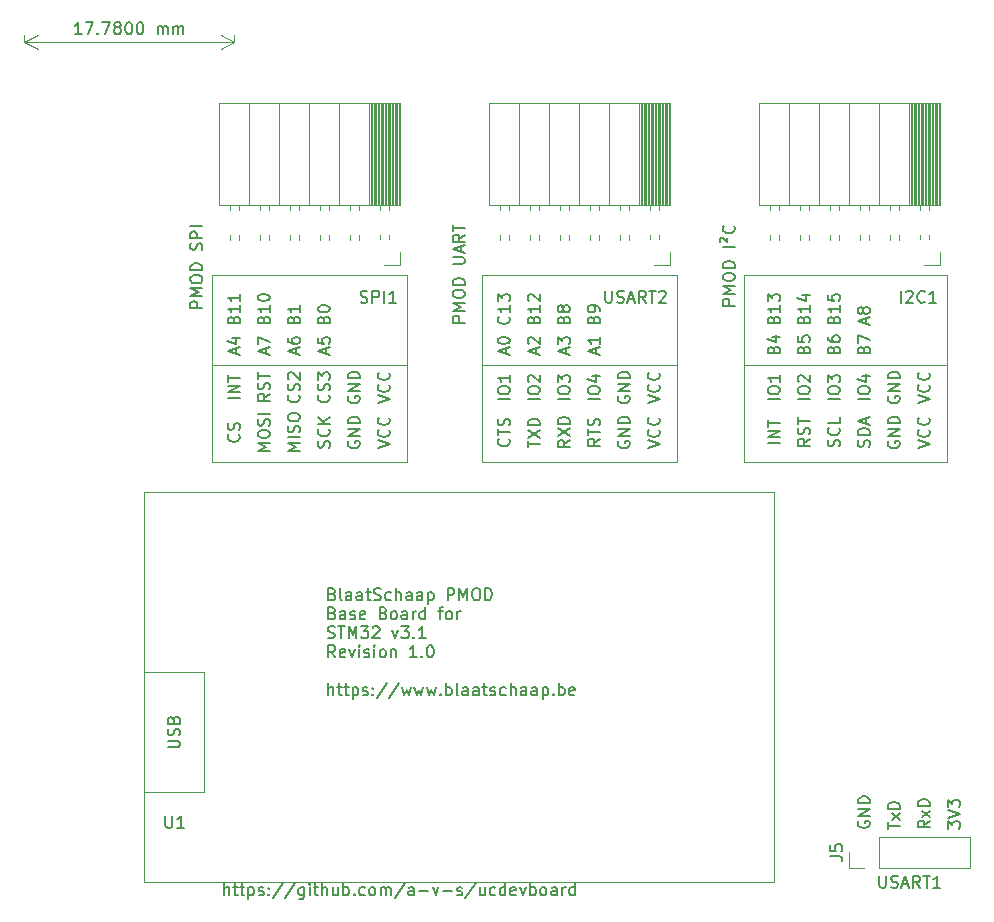
<source format=gbr>
%TF.GenerationSoftware,KiCad,Pcbnew,(6.0.5)*%
%TF.CreationDate,2022-07-10T15:10:32+02:00*%
%TF.ProjectId,pmod_bs3_baseboard,706d6f64-5f62-4733-935f-62617365626f,rev?*%
%TF.SameCoordinates,Original*%
%TF.FileFunction,Legend,Top*%
%TF.FilePolarity,Positive*%
%FSLAX46Y46*%
G04 Gerber Fmt 4.6, Leading zero omitted, Abs format (unit mm)*
G04 Created by KiCad (PCBNEW (6.0.5)) date 2022-07-10 15:10:32*
%MOMM*%
%LPD*%
G01*
G04 APERTURE LIST*
%ADD10C,0.120000*%
%ADD11C,0.150000*%
G04 APERTURE END LIST*
D10*
X69215000Y-40005000D02*
X85725000Y-40005000D01*
X85725000Y-40005000D02*
X85725000Y-48260000D01*
X85725000Y-48260000D02*
X69215000Y-48260000D01*
X69215000Y-48260000D02*
X69215000Y-40005000D01*
X92075000Y-40005000D02*
X108585000Y-40005000D01*
X108585000Y-40005000D02*
X108585000Y-48260000D01*
X108585000Y-48260000D02*
X92075000Y-48260000D01*
X92075000Y-48260000D02*
X92075000Y-40005000D01*
X92075000Y-32385000D02*
X108585000Y-32385000D01*
X108585000Y-32385000D02*
X108585000Y-40005000D01*
X108585000Y-40005000D02*
X92075000Y-40005000D01*
X92075000Y-40005000D02*
X92075000Y-32385000D01*
X69215000Y-32385000D02*
X85725000Y-32385000D01*
X85725000Y-32385000D02*
X85725000Y-40005000D01*
X85725000Y-40005000D02*
X69215000Y-40005000D01*
X69215000Y-40005000D02*
X69215000Y-32385000D01*
X114300000Y-40005000D02*
X131445000Y-40005000D01*
X131445000Y-40005000D02*
X131445000Y-48260000D01*
X131445000Y-48260000D02*
X114300000Y-48260000D01*
X114300000Y-48260000D02*
X114300000Y-40005000D01*
X114300000Y-32385000D02*
X131445000Y-32385000D01*
X131445000Y-32385000D02*
X131445000Y-40005000D01*
X131445000Y-40005000D02*
X114300000Y-40005000D01*
X114300000Y-40005000D02*
X114300000Y-32385000D01*
D11*
X73826666Y-39082023D02*
X73826666Y-38605833D01*
X74112380Y-39177261D02*
X73112380Y-38843928D01*
X74112380Y-38510595D01*
X73112380Y-38272500D02*
X73112380Y-37605833D01*
X74112380Y-38034404D01*
X76366666Y-39082023D02*
X76366666Y-38605833D01*
X76652380Y-39177261D02*
X75652380Y-38843928D01*
X76652380Y-38510595D01*
X75652380Y-37748690D02*
X75652380Y-37939166D01*
X75700000Y-38034404D01*
X75747619Y-38082023D01*
X75890476Y-38177261D01*
X76080952Y-38224880D01*
X76461904Y-38224880D01*
X76557142Y-38177261D01*
X76604761Y-38129642D01*
X76652380Y-38034404D01*
X76652380Y-37843928D01*
X76604761Y-37748690D01*
X76557142Y-37701071D01*
X76461904Y-37653452D01*
X76223809Y-37653452D01*
X76128571Y-37701071D01*
X76080952Y-37748690D01*
X76033333Y-37843928D01*
X76033333Y-38034404D01*
X76080952Y-38129642D01*
X76128571Y-38177261D01*
X76223809Y-38224880D01*
X78906666Y-39082023D02*
X78906666Y-38605833D01*
X79192380Y-39177261D02*
X78192380Y-38843928D01*
X79192380Y-38510595D01*
X78192380Y-37701071D02*
X78192380Y-38177261D01*
X78668571Y-38224880D01*
X78620952Y-38177261D01*
X78573333Y-38082023D01*
X78573333Y-37843928D01*
X78620952Y-37748690D01*
X78668571Y-37701071D01*
X78763809Y-37653452D01*
X79001904Y-37653452D01*
X79097142Y-37701071D01*
X79144761Y-37748690D01*
X79192380Y-37843928D01*
X79192380Y-38082023D01*
X79144761Y-38177261D01*
X79097142Y-38224880D01*
X76128571Y-36161071D02*
X76176190Y-36018214D01*
X76223809Y-35970595D01*
X76319047Y-35922976D01*
X76461904Y-35922976D01*
X76557142Y-35970595D01*
X76604761Y-36018214D01*
X76652380Y-36113452D01*
X76652380Y-36494404D01*
X75652380Y-36494404D01*
X75652380Y-36161071D01*
X75700000Y-36065833D01*
X75747619Y-36018214D01*
X75842857Y-35970595D01*
X75938095Y-35970595D01*
X76033333Y-36018214D01*
X76080952Y-36065833D01*
X76128571Y-36161071D01*
X76128571Y-36494404D01*
X76652380Y-34970595D02*
X76652380Y-35542023D01*
X76652380Y-35256309D02*
X75652380Y-35256309D01*
X75795238Y-35351547D01*
X75890476Y-35446785D01*
X75938095Y-35542023D01*
X78668571Y-36161071D02*
X78716190Y-36018214D01*
X78763809Y-35970595D01*
X78859047Y-35922976D01*
X79001904Y-35922976D01*
X79097142Y-35970595D01*
X79144761Y-36018214D01*
X79192380Y-36113452D01*
X79192380Y-36494404D01*
X78192380Y-36494404D01*
X78192380Y-36161071D01*
X78240000Y-36065833D01*
X78287619Y-36018214D01*
X78382857Y-35970595D01*
X78478095Y-35970595D01*
X78573333Y-36018214D01*
X78620952Y-36065833D01*
X78668571Y-36161071D01*
X78668571Y-36494404D01*
X78192380Y-35303928D02*
X78192380Y-35208690D01*
X78240000Y-35113452D01*
X78287619Y-35065833D01*
X78382857Y-35018214D01*
X78573333Y-34970595D01*
X78811428Y-34970595D01*
X79001904Y-35018214D01*
X79097142Y-35065833D01*
X79144761Y-35113452D01*
X79192380Y-35208690D01*
X79192380Y-35303928D01*
X79144761Y-35399166D01*
X79097142Y-35446785D01*
X79001904Y-35494404D01*
X78811428Y-35542023D01*
X78573333Y-35542023D01*
X78382857Y-35494404D01*
X78287619Y-35446785D01*
X78240000Y-35399166D01*
X78192380Y-35303928D01*
X94337142Y-35922976D02*
X94384761Y-35970595D01*
X94432380Y-36113452D01*
X94432380Y-36208690D01*
X94384761Y-36351547D01*
X94289523Y-36446785D01*
X94194285Y-36494404D01*
X94003809Y-36542023D01*
X93860952Y-36542023D01*
X93670476Y-36494404D01*
X93575238Y-36446785D01*
X93480000Y-36351547D01*
X93432380Y-36208690D01*
X93432380Y-36113452D01*
X93480000Y-35970595D01*
X93527619Y-35922976D01*
X94432380Y-34970595D02*
X94432380Y-35542023D01*
X94432380Y-35256309D02*
X93432380Y-35256309D01*
X93575238Y-35351547D01*
X93670476Y-35446785D01*
X93718095Y-35542023D01*
X93432380Y-34637261D02*
X93432380Y-34018214D01*
X93813333Y-34351547D01*
X93813333Y-34208690D01*
X93860952Y-34113452D01*
X93908571Y-34065833D01*
X94003809Y-34018214D01*
X94241904Y-34018214D01*
X94337142Y-34065833D01*
X94384761Y-34113452D01*
X94432380Y-34208690D01*
X94432380Y-34494404D01*
X94384761Y-34589642D01*
X94337142Y-34637261D01*
X94146666Y-39082023D02*
X94146666Y-38605833D01*
X94432380Y-39177261D02*
X93432380Y-38843928D01*
X94432380Y-38510595D01*
X93432380Y-37986785D02*
X93432380Y-37891547D01*
X93480000Y-37796309D01*
X93527619Y-37748690D01*
X93622857Y-37701071D01*
X93813333Y-37653452D01*
X94051428Y-37653452D01*
X94241904Y-37701071D01*
X94337142Y-37748690D01*
X94384761Y-37796309D01*
X94432380Y-37891547D01*
X94432380Y-37986785D01*
X94384761Y-38082023D01*
X94337142Y-38129642D01*
X94241904Y-38177261D01*
X94051428Y-38224880D01*
X93813333Y-38224880D01*
X93622857Y-38177261D01*
X93527619Y-38129642D01*
X93480000Y-38082023D01*
X93432380Y-37986785D01*
X96686666Y-39082023D02*
X96686666Y-38605833D01*
X96972380Y-39177261D02*
X95972380Y-38843928D01*
X96972380Y-38510595D01*
X96067619Y-38224880D02*
X96020000Y-38177261D01*
X95972380Y-38082023D01*
X95972380Y-37843928D01*
X96020000Y-37748690D01*
X96067619Y-37701071D01*
X96162857Y-37653452D01*
X96258095Y-37653452D01*
X96400952Y-37701071D01*
X96972380Y-38272500D01*
X96972380Y-37653452D01*
X96448571Y-36161071D02*
X96496190Y-36018214D01*
X96543809Y-35970595D01*
X96639047Y-35922976D01*
X96781904Y-35922976D01*
X96877142Y-35970595D01*
X96924761Y-36018214D01*
X96972380Y-36113452D01*
X96972380Y-36494404D01*
X95972380Y-36494404D01*
X95972380Y-36161071D01*
X96020000Y-36065833D01*
X96067619Y-36018214D01*
X96162857Y-35970595D01*
X96258095Y-35970595D01*
X96353333Y-36018214D01*
X96400952Y-36065833D01*
X96448571Y-36161071D01*
X96448571Y-36494404D01*
X96972380Y-34970595D02*
X96972380Y-35542023D01*
X96972380Y-35256309D02*
X95972380Y-35256309D01*
X96115238Y-35351547D01*
X96210476Y-35446785D01*
X96258095Y-35542023D01*
X96067619Y-34589642D02*
X96020000Y-34542023D01*
X95972380Y-34446785D01*
X95972380Y-34208690D01*
X96020000Y-34113452D01*
X96067619Y-34065833D01*
X96162857Y-34018214D01*
X96258095Y-34018214D01*
X96400952Y-34065833D01*
X96972380Y-34637261D01*
X96972380Y-34018214D01*
X98988571Y-36161071D02*
X99036190Y-36018214D01*
X99083809Y-35970595D01*
X99179047Y-35922976D01*
X99321904Y-35922976D01*
X99417142Y-35970595D01*
X99464761Y-36018214D01*
X99512380Y-36113452D01*
X99512380Y-36494404D01*
X98512380Y-36494404D01*
X98512380Y-36161071D01*
X98560000Y-36065833D01*
X98607619Y-36018214D01*
X98702857Y-35970595D01*
X98798095Y-35970595D01*
X98893333Y-36018214D01*
X98940952Y-36065833D01*
X98988571Y-36161071D01*
X98988571Y-36494404D01*
X98940952Y-35351547D02*
X98893333Y-35446785D01*
X98845714Y-35494404D01*
X98750476Y-35542023D01*
X98702857Y-35542023D01*
X98607619Y-35494404D01*
X98560000Y-35446785D01*
X98512380Y-35351547D01*
X98512380Y-35161071D01*
X98560000Y-35065833D01*
X98607619Y-35018214D01*
X98702857Y-34970595D01*
X98750476Y-34970595D01*
X98845714Y-35018214D01*
X98893333Y-35065833D01*
X98940952Y-35161071D01*
X98940952Y-35351547D01*
X98988571Y-35446785D01*
X99036190Y-35494404D01*
X99131428Y-35542023D01*
X99321904Y-35542023D01*
X99417142Y-35494404D01*
X99464761Y-35446785D01*
X99512380Y-35351547D01*
X99512380Y-35161071D01*
X99464761Y-35065833D01*
X99417142Y-35018214D01*
X99321904Y-34970595D01*
X99131428Y-34970595D01*
X99036190Y-35018214D01*
X98988571Y-35065833D01*
X98940952Y-35161071D01*
X99226666Y-39082023D02*
X99226666Y-38605833D01*
X99512380Y-39177261D02*
X98512380Y-38843928D01*
X99512380Y-38510595D01*
X98512380Y-38272500D02*
X98512380Y-37653452D01*
X98893333Y-37986785D01*
X98893333Y-37843928D01*
X98940952Y-37748690D01*
X98988571Y-37701071D01*
X99083809Y-37653452D01*
X99321904Y-37653452D01*
X99417142Y-37701071D01*
X99464761Y-37748690D01*
X99512380Y-37843928D01*
X99512380Y-38129642D01*
X99464761Y-38224880D01*
X99417142Y-38272500D01*
X101766666Y-39082023D02*
X101766666Y-38605833D01*
X102052380Y-39177261D02*
X101052380Y-38843928D01*
X102052380Y-38510595D01*
X102052380Y-37653452D02*
X102052380Y-38224880D01*
X102052380Y-37939166D02*
X101052380Y-37939166D01*
X101195238Y-38034404D01*
X101290476Y-38129642D01*
X101338095Y-38224880D01*
X101528571Y-36161071D02*
X101576190Y-36018214D01*
X101623809Y-35970595D01*
X101719047Y-35922976D01*
X101861904Y-35922976D01*
X101957142Y-35970595D01*
X102004761Y-36018214D01*
X102052380Y-36113452D01*
X102052380Y-36494404D01*
X101052380Y-36494404D01*
X101052380Y-36161071D01*
X101100000Y-36065833D01*
X101147619Y-36018214D01*
X101242857Y-35970595D01*
X101338095Y-35970595D01*
X101433333Y-36018214D01*
X101480952Y-36065833D01*
X101528571Y-36161071D01*
X101528571Y-36494404D01*
X102052380Y-35446785D02*
X102052380Y-35256309D01*
X102004761Y-35161071D01*
X101957142Y-35113452D01*
X101814285Y-35018214D01*
X101623809Y-34970595D01*
X101242857Y-34970595D01*
X101147619Y-35018214D01*
X101100000Y-35065833D01*
X101052380Y-35161071D01*
X101052380Y-35351547D01*
X101100000Y-35446785D01*
X101147619Y-35494404D01*
X101242857Y-35542023D01*
X101480952Y-35542023D01*
X101576190Y-35494404D01*
X101623809Y-35446785D01*
X101671428Y-35351547D01*
X101671428Y-35161071D01*
X101623809Y-35065833D01*
X101576190Y-35018214D01*
X101480952Y-34970595D01*
X124388571Y-38701071D02*
X124436190Y-38558214D01*
X124483809Y-38510595D01*
X124579047Y-38462976D01*
X124721904Y-38462976D01*
X124817142Y-38510595D01*
X124864761Y-38558214D01*
X124912380Y-38653452D01*
X124912380Y-39034404D01*
X123912380Y-39034404D01*
X123912380Y-38701071D01*
X123960000Y-38605833D01*
X124007619Y-38558214D01*
X124102857Y-38510595D01*
X124198095Y-38510595D01*
X124293333Y-38558214D01*
X124340952Y-38605833D01*
X124388571Y-38701071D01*
X124388571Y-39034404D01*
X123912380Y-38129642D02*
X123912380Y-37462976D01*
X124912380Y-37891547D01*
X121848571Y-38701071D02*
X121896190Y-38558214D01*
X121943809Y-38510595D01*
X122039047Y-38462976D01*
X122181904Y-38462976D01*
X122277142Y-38510595D01*
X122324761Y-38558214D01*
X122372380Y-38653452D01*
X122372380Y-39034404D01*
X121372380Y-39034404D01*
X121372380Y-38701071D01*
X121420000Y-38605833D01*
X121467619Y-38558214D01*
X121562857Y-38510595D01*
X121658095Y-38510595D01*
X121753333Y-38558214D01*
X121800952Y-38605833D01*
X121848571Y-38701071D01*
X121848571Y-39034404D01*
X121372380Y-37605833D02*
X121372380Y-37796309D01*
X121420000Y-37891547D01*
X121467619Y-37939166D01*
X121610476Y-38034404D01*
X121800952Y-38082023D01*
X122181904Y-38082023D01*
X122277142Y-38034404D01*
X122324761Y-37986785D01*
X122372380Y-37891547D01*
X122372380Y-37701071D01*
X122324761Y-37605833D01*
X122277142Y-37558214D01*
X122181904Y-37510595D01*
X121943809Y-37510595D01*
X121848571Y-37558214D01*
X121800952Y-37605833D01*
X121753333Y-37701071D01*
X121753333Y-37891547D01*
X121800952Y-37986785D01*
X121848571Y-38034404D01*
X121943809Y-38082023D01*
X119308571Y-36161071D02*
X119356190Y-36018214D01*
X119403809Y-35970595D01*
X119499047Y-35922976D01*
X119641904Y-35922976D01*
X119737142Y-35970595D01*
X119784761Y-36018214D01*
X119832380Y-36113452D01*
X119832380Y-36494404D01*
X118832380Y-36494404D01*
X118832380Y-36161071D01*
X118880000Y-36065833D01*
X118927619Y-36018214D01*
X119022857Y-35970595D01*
X119118095Y-35970595D01*
X119213333Y-36018214D01*
X119260952Y-36065833D01*
X119308571Y-36161071D01*
X119308571Y-36494404D01*
X119832380Y-34970595D02*
X119832380Y-35542023D01*
X119832380Y-35256309D02*
X118832380Y-35256309D01*
X118975238Y-35351547D01*
X119070476Y-35446785D01*
X119118095Y-35542023D01*
X119165714Y-34113452D02*
X119832380Y-34113452D01*
X118784761Y-34351547D02*
X119499047Y-34589642D01*
X119499047Y-33970595D01*
X124626666Y-36542023D02*
X124626666Y-36065833D01*
X124912380Y-36637261D02*
X123912380Y-36303928D01*
X124912380Y-35970595D01*
X124340952Y-35494404D02*
X124293333Y-35589642D01*
X124245714Y-35637261D01*
X124150476Y-35684880D01*
X124102857Y-35684880D01*
X124007619Y-35637261D01*
X123960000Y-35589642D01*
X123912380Y-35494404D01*
X123912380Y-35303928D01*
X123960000Y-35208690D01*
X124007619Y-35161071D01*
X124102857Y-35113452D01*
X124150476Y-35113452D01*
X124245714Y-35161071D01*
X124293333Y-35208690D01*
X124340952Y-35303928D01*
X124340952Y-35494404D01*
X124388571Y-35589642D01*
X124436190Y-35637261D01*
X124531428Y-35684880D01*
X124721904Y-35684880D01*
X124817142Y-35637261D01*
X124864761Y-35589642D01*
X124912380Y-35494404D01*
X124912380Y-35303928D01*
X124864761Y-35208690D01*
X124817142Y-35161071D01*
X124721904Y-35113452D01*
X124531428Y-35113452D01*
X124436190Y-35161071D01*
X124388571Y-35208690D01*
X124340952Y-35303928D01*
X119308571Y-38701071D02*
X119356190Y-38558214D01*
X119403809Y-38510595D01*
X119499047Y-38462976D01*
X119641904Y-38462976D01*
X119737142Y-38510595D01*
X119784761Y-38558214D01*
X119832380Y-38653452D01*
X119832380Y-39034404D01*
X118832380Y-39034404D01*
X118832380Y-38701071D01*
X118880000Y-38605833D01*
X118927619Y-38558214D01*
X119022857Y-38510595D01*
X119118095Y-38510595D01*
X119213333Y-38558214D01*
X119260952Y-38605833D01*
X119308571Y-38701071D01*
X119308571Y-39034404D01*
X118832380Y-37558214D02*
X118832380Y-38034404D01*
X119308571Y-38082023D01*
X119260952Y-38034404D01*
X119213333Y-37939166D01*
X119213333Y-37701071D01*
X119260952Y-37605833D01*
X119308571Y-37558214D01*
X119403809Y-37510595D01*
X119641904Y-37510595D01*
X119737142Y-37558214D01*
X119784761Y-37605833D01*
X119832380Y-37701071D01*
X119832380Y-37939166D01*
X119784761Y-38034404D01*
X119737142Y-38082023D01*
X121848571Y-36161071D02*
X121896190Y-36018214D01*
X121943809Y-35970595D01*
X122039047Y-35922976D01*
X122181904Y-35922976D01*
X122277142Y-35970595D01*
X122324761Y-36018214D01*
X122372380Y-36113452D01*
X122372380Y-36494404D01*
X121372380Y-36494404D01*
X121372380Y-36161071D01*
X121420000Y-36065833D01*
X121467619Y-36018214D01*
X121562857Y-35970595D01*
X121658095Y-35970595D01*
X121753333Y-36018214D01*
X121800952Y-36065833D01*
X121848571Y-36161071D01*
X121848571Y-36494404D01*
X122372380Y-34970595D02*
X122372380Y-35542023D01*
X122372380Y-35256309D02*
X121372380Y-35256309D01*
X121515238Y-35351547D01*
X121610476Y-35446785D01*
X121658095Y-35542023D01*
X121372380Y-34065833D02*
X121372380Y-34542023D01*
X121848571Y-34589642D01*
X121800952Y-34542023D01*
X121753333Y-34446785D01*
X121753333Y-34208690D01*
X121800952Y-34113452D01*
X121848571Y-34065833D01*
X121943809Y-34018214D01*
X122181904Y-34018214D01*
X122277142Y-34065833D01*
X122324761Y-34113452D01*
X122372380Y-34208690D01*
X122372380Y-34446785D01*
X122324761Y-34542023D01*
X122277142Y-34589642D01*
X116768571Y-38701071D02*
X116816190Y-38558214D01*
X116863809Y-38510595D01*
X116959047Y-38462976D01*
X117101904Y-38462976D01*
X117197142Y-38510595D01*
X117244761Y-38558214D01*
X117292380Y-38653452D01*
X117292380Y-39034404D01*
X116292380Y-39034404D01*
X116292380Y-38701071D01*
X116340000Y-38605833D01*
X116387619Y-38558214D01*
X116482857Y-38510595D01*
X116578095Y-38510595D01*
X116673333Y-38558214D01*
X116720952Y-38605833D01*
X116768571Y-38701071D01*
X116768571Y-39034404D01*
X116625714Y-37605833D02*
X117292380Y-37605833D01*
X116244761Y-37843928D02*
X116959047Y-38082023D01*
X116959047Y-37462976D01*
X116768571Y-36161071D02*
X116816190Y-36018214D01*
X116863809Y-35970595D01*
X116959047Y-35922976D01*
X117101904Y-35922976D01*
X117197142Y-35970595D01*
X117244761Y-36018214D01*
X117292380Y-36113452D01*
X117292380Y-36494404D01*
X116292380Y-36494404D01*
X116292380Y-36161071D01*
X116340000Y-36065833D01*
X116387619Y-36018214D01*
X116482857Y-35970595D01*
X116578095Y-35970595D01*
X116673333Y-36018214D01*
X116720952Y-36065833D01*
X116768571Y-36161071D01*
X116768571Y-36494404D01*
X117292380Y-34970595D02*
X117292380Y-35542023D01*
X117292380Y-35256309D02*
X116292380Y-35256309D01*
X116435238Y-35351547D01*
X116530476Y-35446785D01*
X116578095Y-35542023D01*
X116292380Y-34637261D02*
X116292380Y-34018214D01*
X116673333Y-34351547D01*
X116673333Y-34208690D01*
X116720952Y-34113452D01*
X116768571Y-34065833D01*
X116863809Y-34018214D01*
X117101904Y-34018214D01*
X117197142Y-34065833D01*
X117244761Y-34113452D01*
X117292380Y-34208690D01*
X117292380Y-34494404D01*
X117244761Y-34589642D01*
X117197142Y-34637261D01*
X90622380Y-36418452D02*
X89622380Y-36418452D01*
X89622380Y-36037500D01*
X89670000Y-35942261D01*
X89717619Y-35894642D01*
X89812857Y-35847023D01*
X89955714Y-35847023D01*
X90050952Y-35894642D01*
X90098571Y-35942261D01*
X90146190Y-36037500D01*
X90146190Y-36418452D01*
X90622380Y-35418452D02*
X89622380Y-35418452D01*
X90336666Y-35085119D01*
X89622380Y-34751785D01*
X90622380Y-34751785D01*
X89622380Y-34085119D02*
X89622380Y-33894642D01*
X89670000Y-33799404D01*
X89765238Y-33704166D01*
X89955714Y-33656547D01*
X90289047Y-33656547D01*
X90479523Y-33704166D01*
X90574761Y-33799404D01*
X90622380Y-33894642D01*
X90622380Y-34085119D01*
X90574761Y-34180357D01*
X90479523Y-34275595D01*
X90289047Y-34323214D01*
X89955714Y-34323214D01*
X89765238Y-34275595D01*
X89670000Y-34180357D01*
X89622380Y-34085119D01*
X90622380Y-33227976D02*
X89622380Y-33227976D01*
X89622380Y-32989880D01*
X89670000Y-32847023D01*
X89765238Y-32751785D01*
X89860476Y-32704166D01*
X90050952Y-32656547D01*
X90193809Y-32656547D01*
X90384285Y-32704166D01*
X90479523Y-32751785D01*
X90574761Y-32847023D01*
X90622380Y-32989880D01*
X90622380Y-33227976D01*
X89622380Y-31466071D02*
X90431904Y-31466071D01*
X90527142Y-31418452D01*
X90574761Y-31370833D01*
X90622380Y-31275595D01*
X90622380Y-31085119D01*
X90574761Y-30989880D01*
X90527142Y-30942261D01*
X90431904Y-30894642D01*
X89622380Y-30894642D01*
X90336666Y-30466071D02*
X90336666Y-29989880D01*
X90622380Y-30561309D02*
X89622380Y-30227976D01*
X90622380Y-29894642D01*
X90622380Y-28989880D02*
X90146190Y-29323214D01*
X90622380Y-29561309D02*
X89622380Y-29561309D01*
X89622380Y-29180357D01*
X89670000Y-29085119D01*
X89717619Y-29037500D01*
X89812857Y-28989880D01*
X89955714Y-28989880D01*
X90050952Y-29037500D01*
X90098571Y-29085119D01*
X90146190Y-29180357D01*
X90146190Y-29561309D01*
X89622380Y-28704166D02*
X89622380Y-28132738D01*
X90622380Y-28418452D02*
X89622380Y-28418452D01*
X113482380Y-34989880D02*
X112482380Y-34989880D01*
X112482380Y-34608928D01*
X112530000Y-34513690D01*
X112577619Y-34466071D01*
X112672857Y-34418452D01*
X112815714Y-34418452D01*
X112910952Y-34466071D01*
X112958571Y-34513690D01*
X113006190Y-34608928D01*
X113006190Y-34989880D01*
X113482380Y-33989880D02*
X112482380Y-33989880D01*
X113196666Y-33656547D01*
X112482380Y-33323214D01*
X113482380Y-33323214D01*
X112482380Y-32656547D02*
X112482380Y-32466071D01*
X112530000Y-32370833D01*
X112625238Y-32275595D01*
X112815714Y-32227976D01*
X113149047Y-32227976D01*
X113339523Y-32275595D01*
X113434761Y-32370833D01*
X113482380Y-32466071D01*
X113482380Y-32656547D01*
X113434761Y-32751785D01*
X113339523Y-32847023D01*
X113149047Y-32894642D01*
X112815714Y-32894642D01*
X112625238Y-32847023D01*
X112530000Y-32751785D01*
X112482380Y-32656547D01*
X113482380Y-31799404D02*
X112482380Y-31799404D01*
X112482380Y-31561309D01*
X112530000Y-31418452D01*
X112625238Y-31323214D01*
X112720476Y-31275595D01*
X112910952Y-31227976D01*
X113053809Y-31227976D01*
X113244285Y-31275595D01*
X113339523Y-31323214D01*
X113434761Y-31418452D01*
X113482380Y-31561309D01*
X113482380Y-31799404D01*
X113482380Y-30037500D02*
X112482380Y-30037500D01*
X112244285Y-29608928D02*
X112196666Y-29513690D01*
X112196666Y-29370833D01*
X112244285Y-29275595D01*
X112339523Y-29227976D01*
X112434761Y-29227976D01*
X112530000Y-29275595D01*
X112863333Y-29608928D01*
X112863333Y-29227976D01*
X113387142Y-28227976D02*
X113434761Y-28275595D01*
X113482380Y-28418452D01*
X113482380Y-28513690D01*
X113434761Y-28656547D01*
X113339523Y-28751785D01*
X113244285Y-28799404D01*
X113053809Y-28847023D01*
X112910952Y-28847023D01*
X112720476Y-28799404D01*
X112625238Y-28751785D01*
X112530000Y-28656547D01*
X112482380Y-28513690D01*
X112482380Y-28418452D01*
X112530000Y-28275595D01*
X112577619Y-28227976D01*
X71572380Y-42814761D02*
X70572380Y-42814761D01*
X71572380Y-42338571D02*
X70572380Y-42338571D01*
X71572380Y-41767142D01*
X70572380Y-41767142D01*
X70572380Y-41433809D02*
X70572380Y-40862380D01*
X71572380Y-41148095D02*
X70572380Y-41148095D01*
X122372380Y-42910000D02*
X121372380Y-42910000D01*
X121372380Y-42243333D02*
X121372380Y-42052857D01*
X121420000Y-41957619D01*
X121515238Y-41862380D01*
X121705714Y-41814761D01*
X122039047Y-41814761D01*
X122229523Y-41862380D01*
X122324761Y-41957619D01*
X122372380Y-42052857D01*
X122372380Y-42243333D01*
X122324761Y-42338571D01*
X122229523Y-42433809D01*
X122039047Y-42481428D01*
X121705714Y-42481428D01*
X121515238Y-42433809D01*
X121420000Y-42338571D01*
X121372380Y-42243333D01*
X121372380Y-41481428D02*
X121372380Y-40862380D01*
X121753333Y-41195714D01*
X121753333Y-41052857D01*
X121800952Y-40957619D01*
X121848571Y-40910000D01*
X121943809Y-40862380D01*
X122181904Y-40862380D01*
X122277142Y-40910000D01*
X122324761Y-40957619D01*
X122372380Y-41052857D01*
X122372380Y-41338571D01*
X122324761Y-41433809D01*
X122277142Y-41481428D01*
X131532380Y-79261642D02*
X131532380Y-78642595D01*
X131913333Y-78975928D01*
X131913333Y-78833071D01*
X131960952Y-78737833D01*
X132008571Y-78690214D01*
X132103809Y-78642595D01*
X132341904Y-78642595D01*
X132437142Y-78690214D01*
X132484761Y-78737833D01*
X132532380Y-78833071D01*
X132532380Y-79118785D01*
X132484761Y-79214023D01*
X132437142Y-79261642D01*
X131532380Y-78356880D02*
X132532380Y-78023547D01*
X131532380Y-77690214D01*
X131532380Y-77452119D02*
X131532380Y-76833071D01*
X131913333Y-77166404D01*
X131913333Y-77023547D01*
X131960952Y-76928309D01*
X132008571Y-76880690D01*
X132103809Y-76833071D01*
X132341904Y-76833071D01*
X132437142Y-76880690D01*
X132484761Y-76928309D01*
X132532380Y-77023547D01*
X132532380Y-77309261D01*
X132484761Y-77404500D01*
X132437142Y-77452119D01*
X102519166Y-33742380D02*
X102519166Y-34551904D01*
X102566785Y-34647142D01*
X102614404Y-34694761D01*
X102709642Y-34742380D01*
X102900119Y-34742380D01*
X102995357Y-34694761D01*
X103042976Y-34647142D01*
X103090595Y-34551904D01*
X103090595Y-33742380D01*
X103519166Y-34694761D02*
X103662023Y-34742380D01*
X103900119Y-34742380D01*
X103995357Y-34694761D01*
X104042976Y-34647142D01*
X104090595Y-34551904D01*
X104090595Y-34456666D01*
X104042976Y-34361428D01*
X103995357Y-34313809D01*
X103900119Y-34266190D01*
X103709642Y-34218571D01*
X103614404Y-34170952D01*
X103566785Y-34123333D01*
X103519166Y-34028095D01*
X103519166Y-33932857D01*
X103566785Y-33837619D01*
X103614404Y-33790000D01*
X103709642Y-33742380D01*
X103947738Y-33742380D01*
X104090595Y-33790000D01*
X104471547Y-34456666D02*
X104947738Y-34456666D01*
X104376309Y-34742380D02*
X104709642Y-33742380D01*
X105042976Y-34742380D01*
X105947738Y-34742380D02*
X105614404Y-34266190D01*
X105376309Y-34742380D02*
X105376309Y-33742380D01*
X105757261Y-33742380D01*
X105852500Y-33790000D01*
X105900119Y-33837619D01*
X105947738Y-33932857D01*
X105947738Y-34075714D01*
X105900119Y-34170952D01*
X105852500Y-34218571D01*
X105757261Y-34266190D01*
X105376309Y-34266190D01*
X106233452Y-33742380D02*
X106804880Y-33742380D01*
X106519166Y-34742380D02*
X106519166Y-33742380D01*
X107090595Y-33837619D02*
X107138214Y-33790000D01*
X107233452Y-33742380D01*
X107471547Y-33742380D01*
X107566785Y-33790000D01*
X107614404Y-33837619D01*
X107662023Y-33932857D01*
X107662023Y-34028095D01*
X107614404Y-34170952D01*
X107042976Y-34742380D01*
X107662023Y-34742380D01*
X71477142Y-45886666D02*
X71524761Y-45934285D01*
X71572380Y-46077142D01*
X71572380Y-46172380D01*
X71524761Y-46315238D01*
X71429523Y-46410476D01*
X71334285Y-46458095D01*
X71143809Y-46505714D01*
X71000952Y-46505714D01*
X70810476Y-46458095D01*
X70715238Y-46410476D01*
X70620000Y-46315238D01*
X70572380Y-46172380D01*
X70572380Y-46077142D01*
X70620000Y-45934285D01*
X70667619Y-45886666D01*
X71524761Y-45505714D02*
X71572380Y-45362857D01*
X71572380Y-45124761D01*
X71524761Y-45029523D01*
X71477142Y-44981904D01*
X71381904Y-44934285D01*
X71286666Y-44934285D01*
X71191428Y-44981904D01*
X71143809Y-45029523D01*
X71096190Y-45124761D01*
X71048571Y-45315238D01*
X71000952Y-45410476D01*
X70953333Y-45458095D01*
X70858095Y-45505714D01*
X70762857Y-45505714D01*
X70667619Y-45458095D01*
X70620000Y-45410476D01*
X70572380Y-45315238D01*
X70572380Y-45077142D01*
X70620000Y-44934285D01*
X106132380Y-47053333D02*
X107132380Y-46720000D01*
X106132380Y-46386666D01*
X107037142Y-45481904D02*
X107084761Y-45529523D01*
X107132380Y-45672380D01*
X107132380Y-45767619D01*
X107084761Y-45910476D01*
X106989523Y-46005714D01*
X106894285Y-46053333D01*
X106703809Y-46100952D01*
X106560952Y-46100952D01*
X106370476Y-46053333D01*
X106275238Y-46005714D01*
X106180000Y-45910476D01*
X106132380Y-45767619D01*
X106132380Y-45672380D01*
X106180000Y-45529523D01*
X106227619Y-45481904D01*
X107037142Y-44481904D02*
X107084761Y-44529523D01*
X107132380Y-44672380D01*
X107132380Y-44767619D01*
X107084761Y-44910476D01*
X106989523Y-45005714D01*
X106894285Y-45053333D01*
X106703809Y-45100952D01*
X106560952Y-45100952D01*
X106370476Y-45053333D01*
X106275238Y-45005714D01*
X106180000Y-44910476D01*
X106132380Y-44767619D01*
X106132380Y-44672380D01*
X106180000Y-44529523D01*
X106227619Y-44481904D01*
X74112380Y-42457619D02*
X73636190Y-42790952D01*
X74112380Y-43029047D02*
X73112380Y-43029047D01*
X73112380Y-42648095D01*
X73160000Y-42552857D01*
X73207619Y-42505238D01*
X73302857Y-42457619D01*
X73445714Y-42457619D01*
X73540952Y-42505238D01*
X73588571Y-42552857D01*
X73636190Y-42648095D01*
X73636190Y-43029047D01*
X74064761Y-42076666D02*
X74112380Y-41933809D01*
X74112380Y-41695714D01*
X74064761Y-41600476D01*
X74017142Y-41552857D01*
X73921904Y-41505238D01*
X73826666Y-41505238D01*
X73731428Y-41552857D01*
X73683809Y-41600476D01*
X73636190Y-41695714D01*
X73588571Y-41886190D01*
X73540952Y-41981428D01*
X73493333Y-42029047D01*
X73398095Y-42076666D01*
X73302857Y-42076666D01*
X73207619Y-42029047D01*
X73160000Y-41981428D01*
X73112380Y-41886190D01*
X73112380Y-41648095D01*
X73160000Y-41505238D01*
X73112380Y-41219523D02*
X73112380Y-40648095D01*
X74112380Y-40933809D02*
X73112380Y-40933809D01*
X117292380Y-42910000D02*
X116292380Y-42910000D01*
X116292380Y-42243333D02*
X116292380Y-42052857D01*
X116340000Y-41957619D01*
X116435238Y-41862380D01*
X116625714Y-41814761D01*
X116959047Y-41814761D01*
X117149523Y-41862380D01*
X117244761Y-41957619D01*
X117292380Y-42052857D01*
X117292380Y-42243333D01*
X117244761Y-42338571D01*
X117149523Y-42433809D01*
X116959047Y-42481428D01*
X116625714Y-42481428D01*
X116435238Y-42433809D01*
X116340000Y-42338571D01*
X116292380Y-42243333D01*
X117292380Y-40862380D02*
X117292380Y-41433809D01*
X117292380Y-41148095D02*
X116292380Y-41148095D01*
X116435238Y-41243333D01*
X116530476Y-41338571D01*
X116578095Y-41433809D01*
X126500000Y-42671904D02*
X126452380Y-42767142D01*
X126452380Y-42910000D01*
X126500000Y-43052857D01*
X126595238Y-43148095D01*
X126690476Y-43195714D01*
X126880952Y-43243333D01*
X127023809Y-43243333D01*
X127214285Y-43195714D01*
X127309523Y-43148095D01*
X127404761Y-43052857D01*
X127452380Y-42910000D01*
X127452380Y-42814761D01*
X127404761Y-42671904D01*
X127357142Y-42624285D01*
X127023809Y-42624285D01*
X127023809Y-42814761D01*
X127452380Y-42195714D02*
X126452380Y-42195714D01*
X127452380Y-41624285D01*
X126452380Y-41624285D01*
X127452380Y-41148095D02*
X126452380Y-41148095D01*
X126452380Y-40910000D01*
X126500000Y-40767142D01*
X126595238Y-40671904D01*
X126690476Y-40624285D01*
X126880952Y-40576666D01*
X127023809Y-40576666D01*
X127214285Y-40624285D01*
X127309523Y-40671904D01*
X127404761Y-40767142D01*
X127452380Y-40910000D01*
X127452380Y-41148095D01*
X79097142Y-42552857D02*
X79144761Y-42600476D01*
X79192380Y-42743333D01*
X79192380Y-42838571D01*
X79144761Y-42981428D01*
X79049523Y-43076666D01*
X78954285Y-43124285D01*
X78763809Y-43171904D01*
X78620952Y-43171904D01*
X78430476Y-43124285D01*
X78335238Y-43076666D01*
X78240000Y-42981428D01*
X78192380Y-42838571D01*
X78192380Y-42743333D01*
X78240000Y-42600476D01*
X78287619Y-42552857D01*
X79144761Y-42171904D02*
X79192380Y-42029047D01*
X79192380Y-41790952D01*
X79144761Y-41695714D01*
X79097142Y-41648095D01*
X79001904Y-41600476D01*
X78906666Y-41600476D01*
X78811428Y-41648095D01*
X78763809Y-41695714D01*
X78716190Y-41790952D01*
X78668571Y-41981428D01*
X78620952Y-42076666D01*
X78573333Y-42124285D01*
X78478095Y-42171904D01*
X78382857Y-42171904D01*
X78287619Y-42124285D01*
X78240000Y-42076666D01*
X78192380Y-41981428D01*
X78192380Y-41743333D01*
X78240000Y-41600476D01*
X78192380Y-41267142D02*
X78192380Y-40648095D01*
X78573333Y-40981428D01*
X78573333Y-40838571D01*
X78620952Y-40743333D01*
X78668571Y-40695714D01*
X78763809Y-40648095D01*
X79001904Y-40648095D01*
X79097142Y-40695714D01*
X79144761Y-40743333D01*
X79192380Y-40838571D01*
X79192380Y-41124285D01*
X79144761Y-41219523D01*
X79097142Y-41267142D01*
X96972380Y-42910000D02*
X95972380Y-42910000D01*
X95972380Y-42243333D02*
X95972380Y-42052857D01*
X96020000Y-41957619D01*
X96115238Y-41862380D01*
X96305714Y-41814761D01*
X96639047Y-41814761D01*
X96829523Y-41862380D01*
X96924761Y-41957619D01*
X96972380Y-42052857D01*
X96972380Y-42243333D01*
X96924761Y-42338571D01*
X96829523Y-42433809D01*
X96639047Y-42481428D01*
X96305714Y-42481428D01*
X96115238Y-42433809D01*
X96020000Y-42338571D01*
X95972380Y-42243333D01*
X96067619Y-41433809D02*
X96020000Y-41386190D01*
X95972380Y-41290952D01*
X95972380Y-41052857D01*
X96020000Y-40957619D01*
X96067619Y-40910000D01*
X96162857Y-40862380D01*
X96258095Y-40862380D01*
X96400952Y-40910000D01*
X96972380Y-41481428D01*
X96972380Y-40862380D01*
X119832380Y-42910000D02*
X118832380Y-42910000D01*
X118832380Y-42243333D02*
X118832380Y-42052857D01*
X118880000Y-41957619D01*
X118975238Y-41862380D01*
X119165714Y-41814761D01*
X119499047Y-41814761D01*
X119689523Y-41862380D01*
X119784761Y-41957619D01*
X119832380Y-42052857D01*
X119832380Y-42243333D01*
X119784761Y-42338571D01*
X119689523Y-42433809D01*
X119499047Y-42481428D01*
X119165714Y-42481428D01*
X118975238Y-42433809D01*
X118880000Y-42338571D01*
X118832380Y-42243333D01*
X118927619Y-41433809D02*
X118880000Y-41386190D01*
X118832380Y-41290952D01*
X118832380Y-41052857D01*
X118880000Y-40957619D01*
X118927619Y-40910000D01*
X119022857Y-40862380D01*
X119118095Y-40862380D01*
X119260952Y-40910000D01*
X119832380Y-41481428D01*
X119832380Y-40862380D01*
X117292380Y-46624761D02*
X116292380Y-46624761D01*
X117292380Y-46148571D02*
X116292380Y-46148571D01*
X117292380Y-45577142D01*
X116292380Y-45577142D01*
X116292380Y-45243809D02*
X116292380Y-44672380D01*
X117292380Y-44958095D02*
X116292380Y-44958095D01*
X95972380Y-46981904D02*
X95972380Y-46410476D01*
X96972380Y-46696190D02*
X95972380Y-46696190D01*
X95972380Y-46172380D02*
X96972380Y-45505714D01*
X95972380Y-45505714D02*
X96972380Y-46172380D01*
X96972380Y-45124761D02*
X95972380Y-45124761D01*
X95972380Y-44886666D01*
X96020000Y-44743809D01*
X96115238Y-44648571D01*
X96210476Y-44600952D01*
X96400952Y-44553333D01*
X96543809Y-44553333D01*
X96734285Y-44600952D01*
X96829523Y-44648571D01*
X96924761Y-44743809D01*
X96972380Y-44886666D01*
X96972380Y-45124761D01*
X99512380Y-42910000D02*
X98512380Y-42910000D01*
X98512380Y-42243333D02*
X98512380Y-42052857D01*
X98560000Y-41957619D01*
X98655238Y-41862380D01*
X98845714Y-41814761D01*
X99179047Y-41814761D01*
X99369523Y-41862380D01*
X99464761Y-41957619D01*
X99512380Y-42052857D01*
X99512380Y-42243333D01*
X99464761Y-42338571D01*
X99369523Y-42433809D01*
X99179047Y-42481428D01*
X98845714Y-42481428D01*
X98655238Y-42433809D01*
X98560000Y-42338571D01*
X98512380Y-42243333D01*
X98512380Y-41481428D02*
X98512380Y-40862380D01*
X98893333Y-41195714D01*
X98893333Y-41052857D01*
X98940952Y-40957619D01*
X98988571Y-40910000D01*
X99083809Y-40862380D01*
X99321904Y-40862380D01*
X99417142Y-40910000D01*
X99464761Y-40957619D01*
X99512380Y-41052857D01*
X99512380Y-41338571D01*
X99464761Y-41433809D01*
X99417142Y-41481428D01*
X80780000Y-46481904D02*
X80732380Y-46577142D01*
X80732380Y-46720000D01*
X80780000Y-46862857D01*
X80875238Y-46958095D01*
X80970476Y-47005714D01*
X81160952Y-47053333D01*
X81303809Y-47053333D01*
X81494285Y-47005714D01*
X81589523Y-46958095D01*
X81684761Y-46862857D01*
X81732380Y-46720000D01*
X81732380Y-46624761D01*
X81684761Y-46481904D01*
X81637142Y-46434285D01*
X81303809Y-46434285D01*
X81303809Y-46624761D01*
X81732380Y-46005714D02*
X80732380Y-46005714D01*
X81732380Y-45434285D01*
X80732380Y-45434285D01*
X81732380Y-44958095D02*
X80732380Y-44958095D01*
X80732380Y-44720000D01*
X80780000Y-44577142D01*
X80875238Y-44481904D01*
X80970476Y-44434285D01*
X81160952Y-44386666D01*
X81303809Y-44386666D01*
X81494285Y-44434285D01*
X81589523Y-44481904D01*
X81684761Y-44577142D01*
X81732380Y-44720000D01*
X81732380Y-44958095D01*
X79408928Y-59403571D02*
X79551785Y-59451190D01*
X79599404Y-59498809D01*
X79647023Y-59594047D01*
X79647023Y-59736904D01*
X79599404Y-59832142D01*
X79551785Y-59879761D01*
X79456547Y-59927380D01*
X79075595Y-59927380D01*
X79075595Y-58927380D01*
X79408928Y-58927380D01*
X79504166Y-58975000D01*
X79551785Y-59022619D01*
X79599404Y-59117857D01*
X79599404Y-59213095D01*
X79551785Y-59308333D01*
X79504166Y-59355952D01*
X79408928Y-59403571D01*
X79075595Y-59403571D01*
X80218452Y-59927380D02*
X80123214Y-59879761D01*
X80075595Y-59784523D01*
X80075595Y-58927380D01*
X81027976Y-59927380D02*
X81027976Y-59403571D01*
X80980357Y-59308333D01*
X80885119Y-59260714D01*
X80694642Y-59260714D01*
X80599404Y-59308333D01*
X81027976Y-59879761D02*
X80932738Y-59927380D01*
X80694642Y-59927380D01*
X80599404Y-59879761D01*
X80551785Y-59784523D01*
X80551785Y-59689285D01*
X80599404Y-59594047D01*
X80694642Y-59546428D01*
X80932738Y-59546428D01*
X81027976Y-59498809D01*
X81932738Y-59927380D02*
X81932738Y-59403571D01*
X81885119Y-59308333D01*
X81789880Y-59260714D01*
X81599404Y-59260714D01*
X81504166Y-59308333D01*
X81932738Y-59879761D02*
X81837500Y-59927380D01*
X81599404Y-59927380D01*
X81504166Y-59879761D01*
X81456547Y-59784523D01*
X81456547Y-59689285D01*
X81504166Y-59594047D01*
X81599404Y-59546428D01*
X81837500Y-59546428D01*
X81932738Y-59498809D01*
X82266071Y-59260714D02*
X82647023Y-59260714D01*
X82408928Y-58927380D02*
X82408928Y-59784523D01*
X82456547Y-59879761D01*
X82551785Y-59927380D01*
X82647023Y-59927380D01*
X82932738Y-59879761D02*
X83075595Y-59927380D01*
X83313690Y-59927380D01*
X83408928Y-59879761D01*
X83456547Y-59832142D01*
X83504166Y-59736904D01*
X83504166Y-59641666D01*
X83456547Y-59546428D01*
X83408928Y-59498809D01*
X83313690Y-59451190D01*
X83123214Y-59403571D01*
X83027976Y-59355952D01*
X82980357Y-59308333D01*
X82932738Y-59213095D01*
X82932738Y-59117857D01*
X82980357Y-59022619D01*
X83027976Y-58975000D01*
X83123214Y-58927380D01*
X83361309Y-58927380D01*
X83504166Y-58975000D01*
X84361309Y-59879761D02*
X84266071Y-59927380D01*
X84075595Y-59927380D01*
X83980357Y-59879761D01*
X83932738Y-59832142D01*
X83885119Y-59736904D01*
X83885119Y-59451190D01*
X83932738Y-59355952D01*
X83980357Y-59308333D01*
X84075595Y-59260714D01*
X84266071Y-59260714D01*
X84361309Y-59308333D01*
X84789880Y-59927380D02*
X84789880Y-58927380D01*
X85218452Y-59927380D02*
X85218452Y-59403571D01*
X85170833Y-59308333D01*
X85075595Y-59260714D01*
X84932738Y-59260714D01*
X84837500Y-59308333D01*
X84789880Y-59355952D01*
X86123214Y-59927380D02*
X86123214Y-59403571D01*
X86075595Y-59308333D01*
X85980357Y-59260714D01*
X85789880Y-59260714D01*
X85694642Y-59308333D01*
X86123214Y-59879761D02*
X86027976Y-59927380D01*
X85789880Y-59927380D01*
X85694642Y-59879761D01*
X85647023Y-59784523D01*
X85647023Y-59689285D01*
X85694642Y-59594047D01*
X85789880Y-59546428D01*
X86027976Y-59546428D01*
X86123214Y-59498809D01*
X87027976Y-59927380D02*
X87027976Y-59403571D01*
X86980357Y-59308333D01*
X86885119Y-59260714D01*
X86694642Y-59260714D01*
X86599404Y-59308333D01*
X87027976Y-59879761D02*
X86932738Y-59927380D01*
X86694642Y-59927380D01*
X86599404Y-59879761D01*
X86551785Y-59784523D01*
X86551785Y-59689285D01*
X86599404Y-59594047D01*
X86694642Y-59546428D01*
X86932738Y-59546428D01*
X87027976Y-59498809D01*
X87504166Y-59260714D02*
X87504166Y-60260714D01*
X87504166Y-59308333D02*
X87599404Y-59260714D01*
X87789880Y-59260714D01*
X87885119Y-59308333D01*
X87932738Y-59355952D01*
X87980357Y-59451190D01*
X87980357Y-59736904D01*
X87932738Y-59832142D01*
X87885119Y-59879761D01*
X87789880Y-59927380D01*
X87599404Y-59927380D01*
X87504166Y-59879761D01*
X89170833Y-59927380D02*
X89170833Y-58927380D01*
X89551785Y-58927380D01*
X89647023Y-58975000D01*
X89694642Y-59022619D01*
X89742261Y-59117857D01*
X89742261Y-59260714D01*
X89694642Y-59355952D01*
X89647023Y-59403571D01*
X89551785Y-59451190D01*
X89170833Y-59451190D01*
X90170833Y-59927380D02*
X90170833Y-58927380D01*
X90504166Y-59641666D01*
X90837500Y-58927380D01*
X90837500Y-59927380D01*
X91504166Y-58927380D02*
X91694642Y-58927380D01*
X91789880Y-58975000D01*
X91885119Y-59070238D01*
X91932738Y-59260714D01*
X91932738Y-59594047D01*
X91885119Y-59784523D01*
X91789880Y-59879761D01*
X91694642Y-59927380D01*
X91504166Y-59927380D01*
X91408928Y-59879761D01*
X91313690Y-59784523D01*
X91266071Y-59594047D01*
X91266071Y-59260714D01*
X91313690Y-59070238D01*
X91408928Y-58975000D01*
X91504166Y-58927380D01*
X92361309Y-59927380D02*
X92361309Y-58927380D01*
X92599404Y-58927380D01*
X92742261Y-58975000D01*
X92837500Y-59070238D01*
X92885119Y-59165476D01*
X92932738Y-59355952D01*
X92932738Y-59498809D01*
X92885119Y-59689285D01*
X92837500Y-59784523D01*
X92742261Y-59879761D01*
X92599404Y-59927380D01*
X92361309Y-59927380D01*
X79408928Y-61013571D02*
X79551785Y-61061190D01*
X79599404Y-61108809D01*
X79647023Y-61204047D01*
X79647023Y-61346904D01*
X79599404Y-61442142D01*
X79551785Y-61489761D01*
X79456547Y-61537380D01*
X79075595Y-61537380D01*
X79075595Y-60537380D01*
X79408928Y-60537380D01*
X79504166Y-60585000D01*
X79551785Y-60632619D01*
X79599404Y-60727857D01*
X79599404Y-60823095D01*
X79551785Y-60918333D01*
X79504166Y-60965952D01*
X79408928Y-61013571D01*
X79075595Y-61013571D01*
X80504166Y-61537380D02*
X80504166Y-61013571D01*
X80456547Y-60918333D01*
X80361309Y-60870714D01*
X80170833Y-60870714D01*
X80075595Y-60918333D01*
X80504166Y-61489761D02*
X80408928Y-61537380D01*
X80170833Y-61537380D01*
X80075595Y-61489761D01*
X80027976Y-61394523D01*
X80027976Y-61299285D01*
X80075595Y-61204047D01*
X80170833Y-61156428D01*
X80408928Y-61156428D01*
X80504166Y-61108809D01*
X80932738Y-61489761D02*
X81027976Y-61537380D01*
X81218452Y-61537380D01*
X81313690Y-61489761D01*
X81361309Y-61394523D01*
X81361309Y-61346904D01*
X81313690Y-61251666D01*
X81218452Y-61204047D01*
X81075595Y-61204047D01*
X80980357Y-61156428D01*
X80932738Y-61061190D01*
X80932738Y-61013571D01*
X80980357Y-60918333D01*
X81075595Y-60870714D01*
X81218452Y-60870714D01*
X81313690Y-60918333D01*
X82170833Y-61489761D02*
X82075595Y-61537380D01*
X81885119Y-61537380D01*
X81789880Y-61489761D01*
X81742261Y-61394523D01*
X81742261Y-61013571D01*
X81789880Y-60918333D01*
X81885119Y-60870714D01*
X82075595Y-60870714D01*
X82170833Y-60918333D01*
X82218452Y-61013571D01*
X82218452Y-61108809D01*
X81742261Y-61204047D01*
X83742261Y-61013571D02*
X83885119Y-61061190D01*
X83932738Y-61108809D01*
X83980357Y-61204047D01*
X83980357Y-61346904D01*
X83932738Y-61442142D01*
X83885119Y-61489761D01*
X83789880Y-61537380D01*
X83408928Y-61537380D01*
X83408928Y-60537380D01*
X83742261Y-60537380D01*
X83837500Y-60585000D01*
X83885119Y-60632619D01*
X83932738Y-60727857D01*
X83932738Y-60823095D01*
X83885119Y-60918333D01*
X83837500Y-60965952D01*
X83742261Y-61013571D01*
X83408928Y-61013571D01*
X84551785Y-61537380D02*
X84456547Y-61489761D01*
X84408928Y-61442142D01*
X84361309Y-61346904D01*
X84361309Y-61061190D01*
X84408928Y-60965952D01*
X84456547Y-60918333D01*
X84551785Y-60870714D01*
X84694642Y-60870714D01*
X84789880Y-60918333D01*
X84837500Y-60965952D01*
X84885119Y-61061190D01*
X84885119Y-61346904D01*
X84837500Y-61442142D01*
X84789880Y-61489761D01*
X84694642Y-61537380D01*
X84551785Y-61537380D01*
X85742261Y-61537380D02*
X85742261Y-61013571D01*
X85694642Y-60918333D01*
X85599404Y-60870714D01*
X85408928Y-60870714D01*
X85313690Y-60918333D01*
X85742261Y-61489761D02*
X85647023Y-61537380D01*
X85408928Y-61537380D01*
X85313690Y-61489761D01*
X85266071Y-61394523D01*
X85266071Y-61299285D01*
X85313690Y-61204047D01*
X85408928Y-61156428D01*
X85647023Y-61156428D01*
X85742261Y-61108809D01*
X86218452Y-61537380D02*
X86218452Y-60870714D01*
X86218452Y-61061190D02*
X86266071Y-60965952D01*
X86313690Y-60918333D01*
X86408928Y-60870714D01*
X86504166Y-60870714D01*
X87266071Y-61537380D02*
X87266071Y-60537380D01*
X87266071Y-61489761D02*
X87170833Y-61537380D01*
X86980357Y-61537380D01*
X86885119Y-61489761D01*
X86837500Y-61442142D01*
X86789880Y-61346904D01*
X86789880Y-61061190D01*
X86837500Y-60965952D01*
X86885119Y-60918333D01*
X86980357Y-60870714D01*
X87170833Y-60870714D01*
X87266071Y-60918333D01*
X88361309Y-60870714D02*
X88742261Y-60870714D01*
X88504166Y-61537380D02*
X88504166Y-60680238D01*
X88551785Y-60585000D01*
X88647023Y-60537380D01*
X88742261Y-60537380D01*
X89218452Y-61537380D02*
X89123214Y-61489761D01*
X89075595Y-61442142D01*
X89027976Y-61346904D01*
X89027976Y-61061190D01*
X89075595Y-60965952D01*
X89123214Y-60918333D01*
X89218452Y-60870714D01*
X89361309Y-60870714D01*
X89456547Y-60918333D01*
X89504166Y-60965952D01*
X89551785Y-61061190D01*
X89551785Y-61346904D01*
X89504166Y-61442142D01*
X89456547Y-61489761D01*
X89361309Y-61537380D01*
X89218452Y-61537380D01*
X89980357Y-61537380D02*
X89980357Y-60870714D01*
X89980357Y-61061190D02*
X90027976Y-60965952D01*
X90075595Y-60918333D01*
X90170833Y-60870714D01*
X90266071Y-60870714D01*
X79027976Y-63099761D02*
X79170833Y-63147380D01*
X79408928Y-63147380D01*
X79504166Y-63099761D01*
X79551785Y-63052142D01*
X79599404Y-62956904D01*
X79599404Y-62861666D01*
X79551785Y-62766428D01*
X79504166Y-62718809D01*
X79408928Y-62671190D01*
X79218452Y-62623571D01*
X79123214Y-62575952D01*
X79075595Y-62528333D01*
X79027976Y-62433095D01*
X79027976Y-62337857D01*
X79075595Y-62242619D01*
X79123214Y-62195000D01*
X79218452Y-62147380D01*
X79456547Y-62147380D01*
X79599404Y-62195000D01*
X79885119Y-62147380D02*
X80456547Y-62147380D01*
X80170833Y-63147380D02*
X80170833Y-62147380D01*
X80789880Y-63147380D02*
X80789880Y-62147380D01*
X81123214Y-62861666D01*
X81456547Y-62147380D01*
X81456547Y-63147380D01*
X81837500Y-62147380D02*
X82456547Y-62147380D01*
X82123214Y-62528333D01*
X82266071Y-62528333D01*
X82361309Y-62575952D01*
X82408928Y-62623571D01*
X82456547Y-62718809D01*
X82456547Y-62956904D01*
X82408928Y-63052142D01*
X82361309Y-63099761D01*
X82266071Y-63147380D01*
X81980357Y-63147380D01*
X81885119Y-63099761D01*
X81837500Y-63052142D01*
X82837500Y-62242619D02*
X82885119Y-62195000D01*
X82980357Y-62147380D01*
X83218452Y-62147380D01*
X83313690Y-62195000D01*
X83361309Y-62242619D01*
X83408928Y-62337857D01*
X83408928Y-62433095D01*
X83361309Y-62575952D01*
X82789880Y-63147380D01*
X83408928Y-63147380D01*
X84504166Y-62480714D02*
X84742261Y-63147380D01*
X84980357Y-62480714D01*
X85266071Y-62147380D02*
X85885119Y-62147380D01*
X85551785Y-62528333D01*
X85694642Y-62528333D01*
X85789880Y-62575952D01*
X85837500Y-62623571D01*
X85885119Y-62718809D01*
X85885119Y-62956904D01*
X85837500Y-63052142D01*
X85789880Y-63099761D01*
X85694642Y-63147380D01*
X85408928Y-63147380D01*
X85313690Y-63099761D01*
X85266071Y-63052142D01*
X86313690Y-63052142D02*
X86361309Y-63099761D01*
X86313690Y-63147380D01*
X86266071Y-63099761D01*
X86313690Y-63052142D01*
X86313690Y-63147380D01*
X87313690Y-63147380D02*
X86742261Y-63147380D01*
X87027976Y-63147380D02*
X87027976Y-62147380D01*
X86932738Y-62290238D01*
X86837500Y-62385476D01*
X86742261Y-62433095D01*
X79647023Y-64757380D02*
X79313690Y-64281190D01*
X79075595Y-64757380D02*
X79075595Y-63757380D01*
X79456547Y-63757380D01*
X79551785Y-63805000D01*
X79599404Y-63852619D01*
X79647023Y-63947857D01*
X79647023Y-64090714D01*
X79599404Y-64185952D01*
X79551785Y-64233571D01*
X79456547Y-64281190D01*
X79075595Y-64281190D01*
X80456547Y-64709761D02*
X80361309Y-64757380D01*
X80170833Y-64757380D01*
X80075595Y-64709761D01*
X80027976Y-64614523D01*
X80027976Y-64233571D01*
X80075595Y-64138333D01*
X80170833Y-64090714D01*
X80361309Y-64090714D01*
X80456547Y-64138333D01*
X80504166Y-64233571D01*
X80504166Y-64328809D01*
X80027976Y-64424047D01*
X80837500Y-64090714D02*
X81075595Y-64757380D01*
X81313690Y-64090714D01*
X81694642Y-64757380D02*
X81694642Y-64090714D01*
X81694642Y-63757380D02*
X81647023Y-63805000D01*
X81694642Y-63852619D01*
X81742261Y-63805000D01*
X81694642Y-63757380D01*
X81694642Y-63852619D01*
X82123214Y-64709761D02*
X82218452Y-64757380D01*
X82408928Y-64757380D01*
X82504166Y-64709761D01*
X82551785Y-64614523D01*
X82551785Y-64566904D01*
X82504166Y-64471666D01*
X82408928Y-64424047D01*
X82266071Y-64424047D01*
X82170833Y-64376428D01*
X82123214Y-64281190D01*
X82123214Y-64233571D01*
X82170833Y-64138333D01*
X82266071Y-64090714D01*
X82408928Y-64090714D01*
X82504166Y-64138333D01*
X82980357Y-64757380D02*
X82980357Y-64090714D01*
X82980357Y-63757380D02*
X82932738Y-63805000D01*
X82980357Y-63852619D01*
X83027976Y-63805000D01*
X82980357Y-63757380D01*
X82980357Y-63852619D01*
X83599404Y-64757380D02*
X83504166Y-64709761D01*
X83456547Y-64662142D01*
X83408928Y-64566904D01*
X83408928Y-64281190D01*
X83456547Y-64185952D01*
X83504166Y-64138333D01*
X83599404Y-64090714D01*
X83742261Y-64090714D01*
X83837500Y-64138333D01*
X83885119Y-64185952D01*
X83932738Y-64281190D01*
X83932738Y-64566904D01*
X83885119Y-64662142D01*
X83837500Y-64709761D01*
X83742261Y-64757380D01*
X83599404Y-64757380D01*
X84361309Y-64090714D02*
X84361309Y-64757380D01*
X84361309Y-64185952D02*
X84408928Y-64138333D01*
X84504166Y-64090714D01*
X84647023Y-64090714D01*
X84742261Y-64138333D01*
X84789880Y-64233571D01*
X84789880Y-64757380D01*
X86551785Y-64757380D02*
X85980357Y-64757380D01*
X86266071Y-64757380D02*
X86266071Y-63757380D01*
X86170833Y-63900238D01*
X86075595Y-63995476D01*
X85980357Y-64043095D01*
X86980357Y-64662142D02*
X87027976Y-64709761D01*
X86980357Y-64757380D01*
X86932738Y-64709761D01*
X86980357Y-64662142D01*
X86980357Y-64757380D01*
X87647023Y-63757380D02*
X87742261Y-63757380D01*
X87837500Y-63805000D01*
X87885119Y-63852619D01*
X87932738Y-63947857D01*
X87980357Y-64138333D01*
X87980357Y-64376428D01*
X87932738Y-64566904D01*
X87885119Y-64662142D01*
X87837500Y-64709761D01*
X87742261Y-64757380D01*
X87647023Y-64757380D01*
X87551785Y-64709761D01*
X87504166Y-64662142D01*
X87456547Y-64566904D01*
X87408928Y-64376428D01*
X87408928Y-64138333D01*
X87456547Y-63947857D01*
X87504166Y-63852619D01*
X87551785Y-63805000D01*
X87647023Y-63757380D01*
X79075595Y-67977380D02*
X79075595Y-66977380D01*
X79504166Y-67977380D02*
X79504166Y-67453571D01*
X79456547Y-67358333D01*
X79361309Y-67310714D01*
X79218452Y-67310714D01*
X79123214Y-67358333D01*
X79075595Y-67405952D01*
X79837500Y-67310714D02*
X80218452Y-67310714D01*
X79980357Y-66977380D02*
X79980357Y-67834523D01*
X80027976Y-67929761D01*
X80123214Y-67977380D01*
X80218452Y-67977380D01*
X80408928Y-67310714D02*
X80789880Y-67310714D01*
X80551785Y-66977380D02*
X80551785Y-67834523D01*
X80599404Y-67929761D01*
X80694642Y-67977380D01*
X80789880Y-67977380D01*
X81123214Y-67310714D02*
X81123214Y-68310714D01*
X81123214Y-67358333D02*
X81218452Y-67310714D01*
X81408928Y-67310714D01*
X81504166Y-67358333D01*
X81551785Y-67405952D01*
X81599404Y-67501190D01*
X81599404Y-67786904D01*
X81551785Y-67882142D01*
X81504166Y-67929761D01*
X81408928Y-67977380D01*
X81218452Y-67977380D01*
X81123214Y-67929761D01*
X81980357Y-67929761D02*
X82075595Y-67977380D01*
X82266071Y-67977380D01*
X82361309Y-67929761D01*
X82408928Y-67834523D01*
X82408928Y-67786904D01*
X82361309Y-67691666D01*
X82266071Y-67644047D01*
X82123214Y-67644047D01*
X82027976Y-67596428D01*
X81980357Y-67501190D01*
X81980357Y-67453571D01*
X82027976Y-67358333D01*
X82123214Y-67310714D01*
X82266071Y-67310714D01*
X82361309Y-67358333D01*
X82837500Y-67882142D02*
X82885119Y-67929761D01*
X82837500Y-67977380D01*
X82789880Y-67929761D01*
X82837500Y-67882142D01*
X82837500Y-67977380D01*
X82837500Y-67358333D02*
X82885119Y-67405952D01*
X82837500Y-67453571D01*
X82789880Y-67405952D01*
X82837500Y-67358333D01*
X82837500Y-67453571D01*
X84027976Y-66929761D02*
X83170833Y-68215476D01*
X85075595Y-66929761D02*
X84218452Y-68215476D01*
X85313690Y-67310714D02*
X85504166Y-67977380D01*
X85694642Y-67501190D01*
X85885119Y-67977380D01*
X86075595Y-67310714D01*
X86361309Y-67310714D02*
X86551785Y-67977380D01*
X86742261Y-67501190D01*
X86932738Y-67977380D01*
X87123214Y-67310714D01*
X87408928Y-67310714D02*
X87599404Y-67977380D01*
X87789880Y-67501190D01*
X87980357Y-67977380D01*
X88170833Y-67310714D01*
X88551785Y-67882142D02*
X88599404Y-67929761D01*
X88551785Y-67977380D01*
X88504166Y-67929761D01*
X88551785Y-67882142D01*
X88551785Y-67977380D01*
X89027976Y-67977380D02*
X89027976Y-66977380D01*
X89027976Y-67358333D02*
X89123214Y-67310714D01*
X89313690Y-67310714D01*
X89408928Y-67358333D01*
X89456547Y-67405952D01*
X89504166Y-67501190D01*
X89504166Y-67786904D01*
X89456547Y-67882142D01*
X89408928Y-67929761D01*
X89313690Y-67977380D01*
X89123214Y-67977380D01*
X89027976Y-67929761D01*
X90075595Y-67977380D02*
X89980357Y-67929761D01*
X89932738Y-67834523D01*
X89932738Y-66977380D01*
X90885119Y-67977380D02*
X90885119Y-67453571D01*
X90837500Y-67358333D01*
X90742261Y-67310714D01*
X90551785Y-67310714D01*
X90456547Y-67358333D01*
X90885119Y-67929761D02*
X90789880Y-67977380D01*
X90551785Y-67977380D01*
X90456547Y-67929761D01*
X90408928Y-67834523D01*
X90408928Y-67739285D01*
X90456547Y-67644047D01*
X90551785Y-67596428D01*
X90789880Y-67596428D01*
X90885119Y-67548809D01*
X91789880Y-67977380D02*
X91789880Y-67453571D01*
X91742261Y-67358333D01*
X91647023Y-67310714D01*
X91456547Y-67310714D01*
X91361309Y-67358333D01*
X91789880Y-67929761D02*
X91694642Y-67977380D01*
X91456547Y-67977380D01*
X91361309Y-67929761D01*
X91313690Y-67834523D01*
X91313690Y-67739285D01*
X91361309Y-67644047D01*
X91456547Y-67596428D01*
X91694642Y-67596428D01*
X91789880Y-67548809D01*
X92123214Y-67310714D02*
X92504166Y-67310714D01*
X92266071Y-66977380D02*
X92266071Y-67834523D01*
X92313690Y-67929761D01*
X92408928Y-67977380D01*
X92504166Y-67977380D01*
X92789880Y-67929761D02*
X92885119Y-67977380D01*
X93075595Y-67977380D01*
X93170833Y-67929761D01*
X93218452Y-67834523D01*
X93218452Y-67786904D01*
X93170833Y-67691666D01*
X93075595Y-67644047D01*
X92932738Y-67644047D01*
X92837500Y-67596428D01*
X92789880Y-67501190D01*
X92789880Y-67453571D01*
X92837500Y-67358333D01*
X92932738Y-67310714D01*
X93075595Y-67310714D01*
X93170833Y-67358333D01*
X94075595Y-67929761D02*
X93980357Y-67977380D01*
X93789880Y-67977380D01*
X93694642Y-67929761D01*
X93647023Y-67882142D01*
X93599404Y-67786904D01*
X93599404Y-67501190D01*
X93647023Y-67405952D01*
X93694642Y-67358333D01*
X93789880Y-67310714D01*
X93980357Y-67310714D01*
X94075595Y-67358333D01*
X94504166Y-67977380D02*
X94504166Y-66977380D01*
X94932738Y-67977380D02*
X94932738Y-67453571D01*
X94885119Y-67358333D01*
X94789880Y-67310714D01*
X94647023Y-67310714D01*
X94551785Y-67358333D01*
X94504166Y-67405952D01*
X95837500Y-67977380D02*
X95837500Y-67453571D01*
X95789880Y-67358333D01*
X95694642Y-67310714D01*
X95504166Y-67310714D01*
X95408928Y-67358333D01*
X95837500Y-67929761D02*
X95742261Y-67977380D01*
X95504166Y-67977380D01*
X95408928Y-67929761D01*
X95361309Y-67834523D01*
X95361309Y-67739285D01*
X95408928Y-67644047D01*
X95504166Y-67596428D01*
X95742261Y-67596428D01*
X95837500Y-67548809D01*
X96742261Y-67977380D02*
X96742261Y-67453571D01*
X96694642Y-67358333D01*
X96599404Y-67310714D01*
X96408928Y-67310714D01*
X96313690Y-67358333D01*
X96742261Y-67929761D02*
X96647023Y-67977380D01*
X96408928Y-67977380D01*
X96313690Y-67929761D01*
X96266071Y-67834523D01*
X96266071Y-67739285D01*
X96313690Y-67644047D01*
X96408928Y-67596428D01*
X96647023Y-67596428D01*
X96742261Y-67548809D01*
X97218452Y-67310714D02*
X97218452Y-68310714D01*
X97218452Y-67358333D02*
X97313690Y-67310714D01*
X97504166Y-67310714D01*
X97599404Y-67358333D01*
X97647023Y-67405952D01*
X97694642Y-67501190D01*
X97694642Y-67786904D01*
X97647023Y-67882142D01*
X97599404Y-67929761D01*
X97504166Y-67977380D01*
X97313690Y-67977380D01*
X97218452Y-67929761D01*
X98123214Y-67882142D02*
X98170833Y-67929761D01*
X98123214Y-67977380D01*
X98075595Y-67929761D01*
X98123214Y-67882142D01*
X98123214Y-67977380D01*
X98599404Y-67977380D02*
X98599404Y-66977380D01*
X98599404Y-67358333D02*
X98694642Y-67310714D01*
X98885119Y-67310714D01*
X98980357Y-67358333D01*
X99027976Y-67405952D01*
X99075595Y-67501190D01*
X99075595Y-67786904D01*
X99027976Y-67882142D01*
X98980357Y-67929761D01*
X98885119Y-67977380D01*
X98694642Y-67977380D01*
X98599404Y-67929761D01*
X99885119Y-67929761D02*
X99789880Y-67977380D01*
X99599404Y-67977380D01*
X99504166Y-67929761D01*
X99456547Y-67834523D01*
X99456547Y-67453571D01*
X99504166Y-67358333D01*
X99599404Y-67310714D01*
X99789880Y-67310714D01*
X99885119Y-67358333D01*
X99932738Y-67453571D01*
X99932738Y-67548809D01*
X99456547Y-67644047D01*
X81802023Y-34694761D02*
X81944880Y-34742380D01*
X82182976Y-34742380D01*
X82278214Y-34694761D01*
X82325833Y-34647142D01*
X82373452Y-34551904D01*
X82373452Y-34456666D01*
X82325833Y-34361428D01*
X82278214Y-34313809D01*
X82182976Y-34266190D01*
X81992500Y-34218571D01*
X81897261Y-34170952D01*
X81849642Y-34123333D01*
X81802023Y-34028095D01*
X81802023Y-33932857D01*
X81849642Y-33837619D01*
X81897261Y-33790000D01*
X81992500Y-33742380D01*
X82230595Y-33742380D01*
X82373452Y-33790000D01*
X82802023Y-34742380D02*
X82802023Y-33742380D01*
X83182976Y-33742380D01*
X83278214Y-33790000D01*
X83325833Y-33837619D01*
X83373452Y-33932857D01*
X83373452Y-34075714D01*
X83325833Y-34170952D01*
X83278214Y-34218571D01*
X83182976Y-34266190D01*
X82802023Y-34266190D01*
X83802023Y-34742380D02*
X83802023Y-33742380D01*
X84802023Y-34742380D02*
X84230595Y-34742380D01*
X84516309Y-34742380D02*
X84516309Y-33742380D01*
X84421071Y-33885238D01*
X84325833Y-33980476D01*
X84230595Y-34028095D01*
X102052380Y-42910000D02*
X101052380Y-42910000D01*
X101052380Y-42243333D02*
X101052380Y-42052857D01*
X101100000Y-41957619D01*
X101195238Y-41862380D01*
X101385714Y-41814761D01*
X101719047Y-41814761D01*
X101909523Y-41862380D01*
X102004761Y-41957619D01*
X102052380Y-42052857D01*
X102052380Y-42243333D01*
X102004761Y-42338571D01*
X101909523Y-42433809D01*
X101719047Y-42481428D01*
X101385714Y-42481428D01*
X101195238Y-42433809D01*
X101100000Y-42338571D01*
X101052380Y-42243333D01*
X101385714Y-40957619D02*
X102052380Y-40957619D01*
X101004761Y-41195714D02*
X101719047Y-41433809D01*
X101719047Y-40814761D01*
X103640000Y-42671904D02*
X103592380Y-42767142D01*
X103592380Y-42910000D01*
X103640000Y-43052857D01*
X103735238Y-43148095D01*
X103830476Y-43195714D01*
X104020952Y-43243333D01*
X104163809Y-43243333D01*
X104354285Y-43195714D01*
X104449523Y-43148095D01*
X104544761Y-43052857D01*
X104592380Y-42910000D01*
X104592380Y-42814761D01*
X104544761Y-42671904D01*
X104497142Y-42624285D01*
X104163809Y-42624285D01*
X104163809Y-42814761D01*
X104592380Y-42195714D02*
X103592380Y-42195714D01*
X104592380Y-41624285D01*
X103592380Y-41624285D01*
X104592380Y-41148095D02*
X103592380Y-41148095D01*
X103592380Y-40910000D01*
X103640000Y-40767142D01*
X103735238Y-40671904D01*
X103830476Y-40624285D01*
X104020952Y-40576666D01*
X104163809Y-40576666D01*
X104354285Y-40624285D01*
X104449523Y-40671904D01*
X104544761Y-40767142D01*
X104592380Y-40910000D01*
X104592380Y-41148095D01*
X122324761Y-46910476D02*
X122372380Y-46767619D01*
X122372380Y-46529523D01*
X122324761Y-46434285D01*
X122277142Y-46386666D01*
X122181904Y-46339047D01*
X122086666Y-46339047D01*
X121991428Y-46386666D01*
X121943809Y-46434285D01*
X121896190Y-46529523D01*
X121848571Y-46720000D01*
X121800952Y-46815238D01*
X121753333Y-46862857D01*
X121658095Y-46910476D01*
X121562857Y-46910476D01*
X121467619Y-46862857D01*
X121420000Y-46815238D01*
X121372380Y-46720000D01*
X121372380Y-46481904D01*
X121420000Y-46339047D01*
X122277142Y-45339047D02*
X122324761Y-45386666D01*
X122372380Y-45529523D01*
X122372380Y-45624761D01*
X122324761Y-45767619D01*
X122229523Y-45862857D01*
X122134285Y-45910476D01*
X121943809Y-45958095D01*
X121800952Y-45958095D01*
X121610476Y-45910476D01*
X121515238Y-45862857D01*
X121420000Y-45767619D01*
X121372380Y-45624761D01*
X121372380Y-45529523D01*
X121420000Y-45386666D01*
X121467619Y-45339047D01*
X122372380Y-44434285D02*
X122372380Y-44910476D01*
X121372380Y-44910476D01*
X83272380Y-43243333D02*
X84272380Y-42910000D01*
X83272380Y-42576666D01*
X84177142Y-41671904D02*
X84224761Y-41719523D01*
X84272380Y-41862380D01*
X84272380Y-41957619D01*
X84224761Y-42100476D01*
X84129523Y-42195714D01*
X84034285Y-42243333D01*
X83843809Y-42290952D01*
X83700952Y-42290952D01*
X83510476Y-42243333D01*
X83415238Y-42195714D01*
X83320000Y-42100476D01*
X83272380Y-41957619D01*
X83272380Y-41862380D01*
X83320000Y-41719523D01*
X83367619Y-41671904D01*
X84177142Y-40671904D02*
X84224761Y-40719523D01*
X84272380Y-40862380D01*
X84272380Y-40957619D01*
X84224761Y-41100476D01*
X84129523Y-41195714D01*
X84034285Y-41243333D01*
X83843809Y-41290952D01*
X83700952Y-41290952D01*
X83510476Y-41243333D01*
X83415238Y-41195714D01*
X83320000Y-41100476D01*
X83272380Y-40957619D01*
X83272380Y-40862380D01*
X83320000Y-40719523D01*
X83367619Y-40671904D01*
X128992380Y-47053333D02*
X129992380Y-46720000D01*
X128992380Y-46386666D01*
X129897142Y-45481904D02*
X129944761Y-45529523D01*
X129992380Y-45672380D01*
X129992380Y-45767619D01*
X129944761Y-45910476D01*
X129849523Y-46005714D01*
X129754285Y-46053333D01*
X129563809Y-46100952D01*
X129420952Y-46100952D01*
X129230476Y-46053333D01*
X129135238Y-46005714D01*
X129040000Y-45910476D01*
X128992380Y-45767619D01*
X128992380Y-45672380D01*
X129040000Y-45529523D01*
X129087619Y-45481904D01*
X129897142Y-44481904D02*
X129944761Y-44529523D01*
X129992380Y-44672380D01*
X129992380Y-44767619D01*
X129944761Y-44910476D01*
X129849523Y-45005714D01*
X129754285Y-45053333D01*
X129563809Y-45100952D01*
X129420952Y-45100952D01*
X129230476Y-45053333D01*
X129135238Y-45005714D01*
X129040000Y-44910476D01*
X128992380Y-44767619D01*
X128992380Y-44672380D01*
X129040000Y-44529523D01*
X129087619Y-44481904D01*
X99512380Y-46386666D02*
X99036190Y-46720000D01*
X99512380Y-46958095D02*
X98512380Y-46958095D01*
X98512380Y-46577142D01*
X98560000Y-46481904D01*
X98607619Y-46434285D01*
X98702857Y-46386666D01*
X98845714Y-46386666D01*
X98940952Y-46434285D01*
X98988571Y-46481904D01*
X99036190Y-46577142D01*
X99036190Y-46958095D01*
X98512380Y-46053333D02*
X99512380Y-45386666D01*
X98512380Y-45386666D02*
X99512380Y-46053333D01*
X99512380Y-45005714D02*
X98512380Y-45005714D01*
X98512380Y-44767619D01*
X98560000Y-44624761D01*
X98655238Y-44529523D01*
X98750476Y-44481904D01*
X98940952Y-44434285D01*
X99083809Y-44434285D01*
X99274285Y-44481904D01*
X99369523Y-44529523D01*
X99464761Y-44624761D01*
X99512380Y-44767619D01*
X99512380Y-45005714D01*
X127569642Y-34742380D02*
X127569642Y-33742380D01*
X127998214Y-33837619D02*
X128045833Y-33790000D01*
X128141071Y-33742380D01*
X128379166Y-33742380D01*
X128474404Y-33790000D01*
X128522023Y-33837619D01*
X128569642Y-33932857D01*
X128569642Y-34028095D01*
X128522023Y-34170952D01*
X127950595Y-34742380D01*
X128569642Y-34742380D01*
X129569642Y-34647142D02*
X129522023Y-34694761D01*
X129379166Y-34742380D01*
X129283928Y-34742380D01*
X129141071Y-34694761D01*
X129045833Y-34599523D01*
X128998214Y-34504285D01*
X128950595Y-34313809D01*
X128950595Y-34170952D01*
X128998214Y-33980476D01*
X129045833Y-33885238D01*
X129141071Y-33790000D01*
X129283928Y-33742380D01*
X129379166Y-33742380D01*
X129522023Y-33790000D01*
X129569642Y-33837619D01*
X130522023Y-34742380D02*
X129950595Y-34742380D01*
X130236309Y-34742380D02*
X130236309Y-33742380D01*
X130141071Y-33885238D01*
X130045833Y-33980476D01*
X129950595Y-34028095D01*
X70256666Y-84907380D02*
X70256666Y-83907380D01*
X70685238Y-84907380D02*
X70685238Y-84383571D01*
X70637619Y-84288333D01*
X70542380Y-84240714D01*
X70399523Y-84240714D01*
X70304285Y-84288333D01*
X70256666Y-84335952D01*
X71018571Y-84240714D02*
X71399523Y-84240714D01*
X71161428Y-83907380D02*
X71161428Y-84764523D01*
X71209047Y-84859761D01*
X71304285Y-84907380D01*
X71399523Y-84907380D01*
X71590000Y-84240714D02*
X71970952Y-84240714D01*
X71732857Y-83907380D02*
X71732857Y-84764523D01*
X71780476Y-84859761D01*
X71875714Y-84907380D01*
X71970952Y-84907380D01*
X72304285Y-84240714D02*
X72304285Y-85240714D01*
X72304285Y-84288333D02*
X72399523Y-84240714D01*
X72590000Y-84240714D01*
X72685238Y-84288333D01*
X72732857Y-84335952D01*
X72780476Y-84431190D01*
X72780476Y-84716904D01*
X72732857Y-84812142D01*
X72685238Y-84859761D01*
X72590000Y-84907380D01*
X72399523Y-84907380D01*
X72304285Y-84859761D01*
X73161428Y-84859761D02*
X73256666Y-84907380D01*
X73447142Y-84907380D01*
X73542380Y-84859761D01*
X73590000Y-84764523D01*
X73590000Y-84716904D01*
X73542380Y-84621666D01*
X73447142Y-84574047D01*
X73304285Y-84574047D01*
X73209047Y-84526428D01*
X73161428Y-84431190D01*
X73161428Y-84383571D01*
X73209047Y-84288333D01*
X73304285Y-84240714D01*
X73447142Y-84240714D01*
X73542380Y-84288333D01*
X74018571Y-84812142D02*
X74066190Y-84859761D01*
X74018571Y-84907380D01*
X73970952Y-84859761D01*
X74018571Y-84812142D01*
X74018571Y-84907380D01*
X74018571Y-84288333D02*
X74066190Y-84335952D01*
X74018571Y-84383571D01*
X73970952Y-84335952D01*
X74018571Y-84288333D01*
X74018571Y-84383571D01*
X75209047Y-83859761D02*
X74351904Y-85145476D01*
X76256666Y-83859761D02*
X75399523Y-85145476D01*
X77018571Y-84240714D02*
X77018571Y-85050238D01*
X76970952Y-85145476D01*
X76923333Y-85193095D01*
X76828095Y-85240714D01*
X76685238Y-85240714D01*
X76590000Y-85193095D01*
X77018571Y-84859761D02*
X76923333Y-84907380D01*
X76732857Y-84907380D01*
X76637619Y-84859761D01*
X76590000Y-84812142D01*
X76542380Y-84716904D01*
X76542380Y-84431190D01*
X76590000Y-84335952D01*
X76637619Y-84288333D01*
X76732857Y-84240714D01*
X76923333Y-84240714D01*
X77018571Y-84288333D01*
X77494761Y-84907380D02*
X77494761Y-84240714D01*
X77494761Y-83907380D02*
X77447142Y-83955000D01*
X77494761Y-84002619D01*
X77542380Y-83955000D01*
X77494761Y-83907380D01*
X77494761Y-84002619D01*
X77828095Y-84240714D02*
X78209047Y-84240714D01*
X77970952Y-83907380D02*
X77970952Y-84764523D01*
X78018571Y-84859761D01*
X78113809Y-84907380D01*
X78209047Y-84907380D01*
X78542380Y-84907380D02*
X78542380Y-83907380D01*
X78970952Y-84907380D02*
X78970952Y-84383571D01*
X78923333Y-84288333D01*
X78828095Y-84240714D01*
X78685238Y-84240714D01*
X78590000Y-84288333D01*
X78542380Y-84335952D01*
X79875714Y-84240714D02*
X79875714Y-84907380D01*
X79447142Y-84240714D02*
X79447142Y-84764523D01*
X79494761Y-84859761D01*
X79590000Y-84907380D01*
X79732857Y-84907380D01*
X79828095Y-84859761D01*
X79875714Y-84812142D01*
X80351904Y-84907380D02*
X80351904Y-83907380D01*
X80351904Y-84288333D02*
X80447142Y-84240714D01*
X80637619Y-84240714D01*
X80732857Y-84288333D01*
X80780476Y-84335952D01*
X80828095Y-84431190D01*
X80828095Y-84716904D01*
X80780476Y-84812142D01*
X80732857Y-84859761D01*
X80637619Y-84907380D01*
X80447142Y-84907380D01*
X80351904Y-84859761D01*
X81256666Y-84812142D02*
X81304285Y-84859761D01*
X81256666Y-84907380D01*
X81209047Y-84859761D01*
X81256666Y-84812142D01*
X81256666Y-84907380D01*
X82161428Y-84859761D02*
X82066190Y-84907380D01*
X81875714Y-84907380D01*
X81780476Y-84859761D01*
X81732857Y-84812142D01*
X81685238Y-84716904D01*
X81685238Y-84431190D01*
X81732857Y-84335952D01*
X81780476Y-84288333D01*
X81875714Y-84240714D01*
X82066190Y-84240714D01*
X82161428Y-84288333D01*
X82732857Y-84907380D02*
X82637619Y-84859761D01*
X82590000Y-84812142D01*
X82542380Y-84716904D01*
X82542380Y-84431190D01*
X82590000Y-84335952D01*
X82637619Y-84288333D01*
X82732857Y-84240714D01*
X82875714Y-84240714D01*
X82970952Y-84288333D01*
X83018571Y-84335952D01*
X83066190Y-84431190D01*
X83066190Y-84716904D01*
X83018571Y-84812142D01*
X82970952Y-84859761D01*
X82875714Y-84907380D01*
X82732857Y-84907380D01*
X83494761Y-84907380D02*
X83494761Y-84240714D01*
X83494761Y-84335952D02*
X83542380Y-84288333D01*
X83637619Y-84240714D01*
X83780476Y-84240714D01*
X83875714Y-84288333D01*
X83923333Y-84383571D01*
X83923333Y-84907380D01*
X83923333Y-84383571D02*
X83970952Y-84288333D01*
X84066190Y-84240714D01*
X84209047Y-84240714D01*
X84304285Y-84288333D01*
X84351904Y-84383571D01*
X84351904Y-84907380D01*
X85542380Y-83859761D02*
X84685238Y-85145476D01*
X86304285Y-84907380D02*
X86304285Y-84383571D01*
X86256666Y-84288333D01*
X86161428Y-84240714D01*
X85970952Y-84240714D01*
X85875714Y-84288333D01*
X86304285Y-84859761D02*
X86209047Y-84907380D01*
X85970952Y-84907380D01*
X85875714Y-84859761D01*
X85828095Y-84764523D01*
X85828095Y-84669285D01*
X85875714Y-84574047D01*
X85970952Y-84526428D01*
X86209047Y-84526428D01*
X86304285Y-84478809D01*
X86780476Y-84526428D02*
X87542380Y-84526428D01*
X87923333Y-84240714D02*
X88161428Y-84907380D01*
X88399523Y-84240714D01*
X88780476Y-84526428D02*
X89542380Y-84526428D01*
X89970952Y-84859761D02*
X90066190Y-84907380D01*
X90256666Y-84907380D01*
X90351904Y-84859761D01*
X90399523Y-84764523D01*
X90399523Y-84716904D01*
X90351904Y-84621666D01*
X90256666Y-84574047D01*
X90113809Y-84574047D01*
X90018571Y-84526428D01*
X89970952Y-84431190D01*
X89970952Y-84383571D01*
X90018571Y-84288333D01*
X90113809Y-84240714D01*
X90256666Y-84240714D01*
X90351904Y-84288333D01*
X91542380Y-83859761D02*
X90685238Y-85145476D01*
X92304285Y-84240714D02*
X92304285Y-84907380D01*
X91875714Y-84240714D02*
X91875714Y-84764523D01*
X91923333Y-84859761D01*
X92018571Y-84907380D01*
X92161428Y-84907380D01*
X92256666Y-84859761D01*
X92304285Y-84812142D01*
X93209047Y-84859761D02*
X93113809Y-84907380D01*
X92923333Y-84907380D01*
X92828095Y-84859761D01*
X92780476Y-84812142D01*
X92732857Y-84716904D01*
X92732857Y-84431190D01*
X92780476Y-84335952D01*
X92828095Y-84288333D01*
X92923333Y-84240714D01*
X93113809Y-84240714D01*
X93209047Y-84288333D01*
X94066190Y-84907380D02*
X94066190Y-83907380D01*
X94066190Y-84859761D02*
X93970952Y-84907380D01*
X93780476Y-84907380D01*
X93685238Y-84859761D01*
X93637619Y-84812142D01*
X93590000Y-84716904D01*
X93590000Y-84431190D01*
X93637619Y-84335952D01*
X93685238Y-84288333D01*
X93780476Y-84240714D01*
X93970952Y-84240714D01*
X94066190Y-84288333D01*
X94923333Y-84859761D02*
X94828095Y-84907380D01*
X94637619Y-84907380D01*
X94542380Y-84859761D01*
X94494761Y-84764523D01*
X94494761Y-84383571D01*
X94542380Y-84288333D01*
X94637619Y-84240714D01*
X94828095Y-84240714D01*
X94923333Y-84288333D01*
X94970952Y-84383571D01*
X94970952Y-84478809D01*
X94494761Y-84574047D01*
X95304285Y-84240714D02*
X95542380Y-84907380D01*
X95780476Y-84240714D01*
X96161428Y-84907380D02*
X96161428Y-83907380D01*
X96161428Y-84288333D02*
X96256666Y-84240714D01*
X96447142Y-84240714D01*
X96542380Y-84288333D01*
X96590000Y-84335952D01*
X96637619Y-84431190D01*
X96637619Y-84716904D01*
X96590000Y-84812142D01*
X96542380Y-84859761D01*
X96447142Y-84907380D01*
X96256666Y-84907380D01*
X96161428Y-84859761D01*
X97209047Y-84907380D02*
X97113809Y-84859761D01*
X97066190Y-84812142D01*
X97018571Y-84716904D01*
X97018571Y-84431190D01*
X97066190Y-84335952D01*
X97113809Y-84288333D01*
X97209047Y-84240714D01*
X97351904Y-84240714D01*
X97447142Y-84288333D01*
X97494761Y-84335952D01*
X97542380Y-84431190D01*
X97542380Y-84716904D01*
X97494761Y-84812142D01*
X97447142Y-84859761D01*
X97351904Y-84907380D01*
X97209047Y-84907380D01*
X98399523Y-84907380D02*
X98399523Y-84383571D01*
X98351904Y-84288333D01*
X98256666Y-84240714D01*
X98066190Y-84240714D01*
X97970952Y-84288333D01*
X98399523Y-84859761D02*
X98304285Y-84907380D01*
X98066190Y-84907380D01*
X97970952Y-84859761D01*
X97923333Y-84764523D01*
X97923333Y-84669285D01*
X97970952Y-84574047D01*
X98066190Y-84526428D01*
X98304285Y-84526428D01*
X98399523Y-84478809D01*
X98875714Y-84907380D02*
X98875714Y-84240714D01*
X98875714Y-84431190D02*
X98923333Y-84335952D01*
X98970952Y-84288333D01*
X99066190Y-84240714D01*
X99161428Y-84240714D01*
X99923333Y-84907380D02*
X99923333Y-83907380D01*
X99923333Y-84859761D02*
X99828095Y-84907380D01*
X99637619Y-84907380D01*
X99542380Y-84859761D01*
X99494761Y-84812142D01*
X99447142Y-84716904D01*
X99447142Y-84431190D01*
X99494761Y-84335952D01*
X99542380Y-84288333D01*
X99637619Y-84240714D01*
X99828095Y-84240714D01*
X99923333Y-84288333D01*
X80780000Y-42671904D02*
X80732380Y-42767142D01*
X80732380Y-42910000D01*
X80780000Y-43052857D01*
X80875238Y-43148095D01*
X80970476Y-43195714D01*
X81160952Y-43243333D01*
X81303809Y-43243333D01*
X81494285Y-43195714D01*
X81589523Y-43148095D01*
X81684761Y-43052857D01*
X81732380Y-42910000D01*
X81732380Y-42814761D01*
X81684761Y-42671904D01*
X81637142Y-42624285D01*
X81303809Y-42624285D01*
X81303809Y-42814761D01*
X81732380Y-42195714D02*
X80732380Y-42195714D01*
X81732380Y-41624285D01*
X80732380Y-41624285D01*
X81732380Y-41148095D02*
X80732380Y-41148095D01*
X80732380Y-40910000D01*
X80780000Y-40767142D01*
X80875238Y-40671904D01*
X80970476Y-40624285D01*
X81160952Y-40576666D01*
X81303809Y-40576666D01*
X81494285Y-40624285D01*
X81589523Y-40671904D01*
X81684761Y-40767142D01*
X81732380Y-40910000D01*
X81732380Y-41148095D01*
X94432380Y-42910000D02*
X93432380Y-42910000D01*
X93432380Y-42243333D02*
X93432380Y-42052857D01*
X93480000Y-41957619D01*
X93575238Y-41862380D01*
X93765714Y-41814761D01*
X94099047Y-41814761D01*
X94289523Y-41862380D01*
X94384761Y-41957619D01*
X94432380Y-42052857D01*
X94432380Y-42243333D01*
X94384761Y-42338571D01*
X94289523Y-42433809D01*
X94099047Y-42481428D01*
X93765714Y-42481428D01*
X93575238Y-42433809D01*
X93480000Y-42338571D01*
X93432380Y-42243333D01*
X94432380Y-40862380D02*
X94432380Y-41433809D01*
X94432380Y-41148095D02*
X93432380Y-41148095D01*
X93575238Y-41243333D01*
X93670476Y-41338571D01*
X93718095Y-41433809D01*
X71048571Y-36161071D02*
X71096190Y-36018214D01*
X71143809Y-35970595D01*
X71239047Y-35922976D01*
X71381904Y-35922976D01*
X71477142Y-35970595D01*
X71524761Y-36018214D01*
X71572380Y-36113452D01*
X71572380Y-36494404D01*
X70572380Y-36494404D01*
X70572380Y-36161071D01*
X70620000Y-36065833D01*
X70667619Y-36018214D01*
X70762857Y-35970595D01*
X70858095Y-35970595D01*
X70953333Y-36018214D01*
X71000952Y-36065833D01*
X71048571Y-36161071D01*
X71048571Y-36494404D01*
X71572380Y-34970595D02*
X71572380Y-35542023D01*
X71572380Y-35256309D02*
X70572380Y-35256309D01*
X70715238Y-35351547D01*
X70810476Y-35446785D01*
X70858095Y-35542023D01*
X71572380Y-34018214D02*
X71572380Y-34589642D01*
X71572380Y-34303928D02*
X70572380Y-34303928D01*
X70715238Y-34399166D01*
X70810476Y-34494404D01*
X70858095Y-34589642D01*
X103640000Y-46481904D02*
X103592380Y-46577142D01*
X103592380Y-46720000D01*
X103640000Y-46862857D01*
X103735238Y-46958095D01*
X103830476Y-47005714D01*
X104020952Y-47053333D01*
X104163809Y-47053333D01*
X104354285Y-47005714D01*
X104449523Y-46958095D01*
X104544761Y-46862857D01*
X104592380Y-46720000D01*
X104592380Y-46624761D01*
X104544761Y-46481904D01*
X104497142Y-46434285D01*
X104163809Y-46434285D01*
X104163809Y-46624761D01*
X104592380Y-46005714D02*
X103592380Y-46005714D01*
X104592380Y-45434285D01*
X103592380Y-45434285D01*
X104592380Y-44958095D02*
X103592380Y-44958095D01*
X103592380Y-44720000D01*
X103640000Y-44577142D01*
X103735238Y-44481904D01*
X103830476Y-44434285D01*
X104020952Y-44386666D01*
X104163809Y-44386666D01*
X104354285Y-44434285D01*
X104449523Y-44481904D01*
X104544761Y-44577142D01*
X104592380Y-44720000D01*
X104592380Y-44958095D01*
X76652380Y-47291428D02*
X75652380Y-47291428D01*
X76366666Y-46958095D01*
X75652380Y-46624761D01*
X76652380Y-46624761D01*
X76652380Y-46148571D02*
X75652380Y-46148571D01*
X76604761Y-45720000D02*
X76652380Y-45577142D01*
X76652380Y-45339047D01*
X76604761Y-45243809D01*
X76557142Y-45196190D01*
X76461904Y-45148571D01*
X76366666Y-45148571D01*
X76271428Y-45196190D01*
X76223809Y-45243809D01*
X76176190Y-45339047D01*
X76128571Y-45529523D01*
X76080952Y-45624761D01*
X76033333Y-45672380D01*
X75938095Y-45720000D01*
X75842857Y-45720000D01*
X75747619Y-45672380D01*
X75700000Y-45624761D01*
X75652380Y-45529523D01*
X75652380Y-45291428D01*
X75700000Y-45148571D01*
X75652380Y-44529523D02*
X75652380Y-44339047D01*
X75700000Y-44243809D01*
X75795238Y-44148571D01*
X75985714Y-44100952D01*
X76319047Y-44100952D01*
X76509523Y-44148571D01*
X76604761Y-44243809D01*
X76652380Y-44339047D01*
X76652380Y-44529523D01*
X76604761Y-44624761D01*
X76509523Y-44720000D01*
X76319047Y-44767619D01*
X75985714Y-44767619D01*
X75795238Y-44720000D01*
X75700000Y-44624761D01*
X75652380Y-44529523D01*
X129992380Y-78594976D02*
X129516190Y-78928309D01*
X129992380Y-79166404D02*
X128992380Y-79166404D01*
X128992380Y-78785452D01*
X129040000Y-78690214D01*
X129087619Y-78642595D01*
X129182857Y-78594976D01*
X129325714Y-78594976D01*
X129420952Y-78642595D01*
X129468571Y-78690214D01*
X129516190Y-78785452D01*
X129516190Y-79166404D01*
X129992380Y-78261642D02*
X129325714Y-77737833D01*
X129325714Y-78261642D02*
X129992380Y-77737833D01*
X129992380Y-77356880D02*
X128992380Y-77356880D01*
X128992380Y-77118785D01*
X129040000Y-76975928D01*
X129135238Y-76880690D01*
X129230476Y-76833071D01*
X129420952Y-76785452D01*
X129563809Y-76785452D01*
X129754285Y-76833071D01*
X129849523Y-76880690D01*
X129944761Y-76975928D01*
X129992380Y-77118785D01*
X129992380Y-77356880D01*
X128992380Y-43243333D02*
X129992380Y-42910000D01*
X128992380Y-42576666D01*
X129897142Y-41671904D02*
X129944761Y-41719523D01*
X129992380Y-41862380D01*
X129992380Y-41957619D01*
X129944761Y-42100476D01*
X129849523Y-42195714D01*
X129754285Y-42243333D01*
X129563809Y-42290952D01*
X129420952Y-42290952D01*
X129230476Y-42243333D01*
X129135238Y-42195714D01*
X129040000Y-42100476D01*
X128992380Y-41957619D01*
X128992380Y-41862380D01*
X129040000Y-41719523D01*
X129087619Y-41671904D01*
X129897142Y-40671904D02*
X129944761Y-40719523D01*
X129992380Y-40862380D01*
X129992380Y-40957619D01*
X129944761Y-41100476D01*
X129849523Y-41195714D01*
X129754285Y-41243333D01*
X129563809Y-41290952D01*
X129420952Y-41290952D01*
X129230476Y-41243333D01*
X129135238Y-41195714D01*
X129040000Y-41100476D01*
X128992380Y-40957619D01*
X128992380Y-40862380D01*
X129040000Y-40719523D01*
X129087619Y-40671904D01*
X125722380Y-83272380D02*
X125722380Y-84081904D01*
X125770000Y-84177142D01*
X125817619Y-84224761D01*
X125912857Y-84272380D01*
X126103333Y-84272380D01*
X126198571Y-84224761D01*
X126246190Y-84177142D01*
X126293809Y-84081904D01*
X126293809Y-83272380D01*
X126722380Y-84224761D02*
X126865238Y-84272380D01*
X127103333Y-84272380D01*
X127198571Y-84224761D01*
X127246190Y-84177142D01*
X127293809Y-84081904D01*
X127293809Y-83986666D01*
X127246190Y-83891428D01*
X127198571Y-83843809D01*
X127103333Y-83796190D01*
X126912857Y-83748571D01*
X126817619Y-83700952D01*
X126770000Y-83653333D01*
X126722380Y-83558095D01*
X126722380Y-83462857D01*
X126770000Y-83367619D01*
X126817619Y-83320000D01*
X126912857Y-83272380D01*
X127150952Y-83272380D01*
X127293809Y-83320000D01*
X127674761Y-83986666D02*
X128150952Y-83986666D01*
X127579523Y-84272380D02*
X127912857Y-83272380D01*
X128246190Y-84272380D01*
X129150952Y-84272380D02*
X128817619Y-83796190D01*
X128579523Y-84272380D02*
X128579523Y-83272380D01*
X128960476Y-83272380D01*
X129055714Y-83320000D01*
X129103333Y-83367619D01*
X129150952Y-83462857D01*
X129150952Y-83605714D01*
X129103333Y-83700952D01*
X129055714Y-83748571D01*
X128960476Y-83796190D01*
X128579523Y-83796190D01*
X129436666Y-83272380D02*
X130008095Y-83272380D01*
X129722380Y-84272380D02*
X129722380Y-83272380D01*
X130865238Y-84272380D02*
X130293809Y-84272380D01*
X130579523Y-84272380D02*
X130579523Y-83272380D01*
X130484285Y-83415238D01*
X130389047Y-83510476D01*
X130293809Y-83558095D01*
X71286666Y-39082023D02*
X71286666Y-38605833D01*
X71572380Y-39177261D02*
X70572380Y-38843928D01*
X71572380Y-38510595D01*
X70905714Y-37748690D02*
X71572380Y-37748690D01*
X70524761Y-37986785D02*
X71239047Y-38224880D01*
X71239047Y-37605833D01*
X119832380Y-46267619D02*
X119356190Y-46600952D01*
X119832380Y-46839047D02*
X118832380Y-46839047D01*
X118832380Y-46458095D01*
X118880000Y-46362857D01*
X118927619Y-46315238D01*
X119022857Y-46267619D01*
X119165714Y-46267619D01*
X119260952Y-46315238D01*
X119308571Y-46362857D01*
X119356190Y-46458095D01*
X119356190Y-46839047D01*
X119784761Y-45886666D02*
X119832380Y-45743809D01*
X119832380Y-45505714D01*
X119784761Y-45410476D01*
X119737142Y-45362857D01*
X119641904Y-45315238D01*
X119546666Y-45315238D01*
X119451428Y-45362857D01*
X119403809Y-45410476D01*
X119356190Y-45505714D01*
X119308571Y-45696190D01*
X119260952Y-45791428D01*
X119213333Y-45839047D01*
X119118095Y-45886666D01*
X119022857Y-45886666D01*
X118927619Y-45839047D01*
X118880000Y-45791428D01*
X118832380Y-45696190D01*
X118832380Y-45458095D01*
X118880000Y-45315238D01*
X118832380Y-45029523D02*
X118832380Y-44458095D01*
X119832380Y-44743809D02*
X118832380Y-44743809D01*
X79144761Y-47005714D02*
X79192380Y-46862857D01*
X79192380Y-46624761D01*
X79144761Y-46529523D01*
X79097142Y-46481904D01*
X79001904Y-46434285D01*
X78906666Y-46434285D01*
X78811428Y-46481904D01*
X78763809Y-46529523D01*
X78716190Y-46624761D01*
X78668571Y-46815238D01*
X78620952Y-46910476D01*
X78573333Y-46958095D01*
X78478095Y-47005714D01*
X78382857Y-47005714D01*
X78287619Y-46958095D01*
X78240000Y-46910476D01*
X78192380Y-46815238D01*
X78192380Y-46577142D01*
X78240000Y-46434285D01*
X79097142Y-45434285D02*
X79144761Y-45481904D01*
X79192380Y-45624761D01*
X79192380Y-45720000D01*
X79144761Y-45862857D01*
X79049523Y-45958095D01*
X78954285Y-46005714D01*
X78763809Y-46053333D01*
X78620952Y-46053333D01*
X78430476Y-46005714D01*
X78335238Y-45958095D01*
X78240000Y-45862857D01*
X78192380Y-45720000D01*
X78192380Y-45624761D01*
X78240000Y-45481904D01*
X78287619Y-45434285D01*
X79192380Y-45005714D02*
X78192380Y-45005714D01*
X79192380Y-44434285D02*
X78620952Y-44862857D01*
X78192380Y-44434285D02*
X78763809Y-45005714D01*
X76557142Y-42552857D02*
X76604761Y-42600476D01*
X76652380Y-42743333D01*
X76652380Y-42838571D01*
X76604761Y-42981428D01*
X76509523Y-43076666D01*
X76414285Y-43124285D01*
X76223809Y-43171904D01*
X76080952Y-43171904D01*
X75890476Y-43124285D01*
X75795238Y-43076666D01*
X75700000Y-42981428D01*
X75652380Y-42838571D01*
X75652380Y-42743333D01*
X75700000Y-42600476D01*
X75747619Y-42552857D01*
X76604761Y-42171904D02*
X76652380Y-42029047D01*
X76652380Y-41790952D01*
X76604761Y-41695714D01*
X76557142Y-41648095D01*
X76461904Y-41600476D01*
X76366666Y-41600476D01*
X76271428Y-41648095D01*
X76223809Y-41695714D01*
X76176190Y-41790952D01*
X76128571Y-41981428D01*
X76080952Y-42076666D01*
X76033333Y-42124285D01*
X75938095Y-42171904D01*
X75842857Y-42171904D01*
X75747619Y-42124285D01*
X75700000Y-42076666D01*
X75652380Y-41981428D01*
X75652380Y-41743333D01*
X75700000Y-41600476D01*
X75747619Y-41219523D02*
X75700000Y-41171904D01*
X75652380Y-41076666D01*
X75652380Y-40838571D01*
X75700000Y-40743333D01*
X75747619Y-40695714D01*
X75842857Y-40648095D01*
X75938095Y-40648095D01*
X76080952Y-40695714D01*
X76652380Y-41267142D01*
X76652380Y-40648095D01*
X106132380Y-43243333D02*
X107132380Y-42910000D01*
X106132380Y-42576666D01*
X107037142Y-41671904D02*
X107084761Y-41719523D01*
X107132380Y-41862380D01*
X107132380Y-41957619D01*
X107084761Y-42100476D01*
X106989523Y-42195714D01*
X106894285Y-42243333D01*
X106703809Y-42290952D01*
X106560952Y-42290952D01*
X106370476Y-42243333D01*
X106275238Y-42195714D01*
X106180000Y-42100476D01*
X106132380Y-41957619D01*
X106132380Y-41862380D01*
X106180000Y-41719523D01*
X106227619Y-41671904D01*
X107037142Y-40671904D02*
X107084761Y-40719523D01*
X107132380Y-40862380D01*
X107132380Y-40957619D01*
X107084761Y-41100476D01*
X106989523Y-41195714D01*
X106894285Y-41243333D01*
X106703809Y-41290952D01*
X106560952Y-41290952D01*
X106370476Y-41243333D01*
X106275238Y-41195714D01*
X106180000Y-41100476D01*
X106132380Y-40957619D01*
X106132380Y-40862380D01*
X106180000Y-40719523D01*
X106227619Y-40671904D01*
X126500000Y-46481904D02*
X126452380Y-46577142D01*
X126452380Y-46720000D01*
X126500000Y-46862857D01*
X126595238Y-46958095D01*
X126690476Y-47005714D01*
X126880952Y-47053333D01*
X127023809Y-47053333D01*
X127214285Y-47005714D01*
X127309523Y-46958095D01*
X127404761Y-46862857D01*
X127452380Y-46720000D01*
X127452380Y-46624761D01*
X127404761Y-46481904D01*
X127357142Y-46434285D01*
X127023809Y-46434285D01*
X127023809Y-46624761D01*
X127452380Y-46005714D02*
X126452380Y-46005714D01*
X127452380Y-45434285D01*
X126452380Y-45434285D01*
X127452380Y-44958095D02*
X126452380Y-44958095D01*
X126452380Y-44720000D01*
X126500000Y-44577142D01*
X126595238Y-44481904D01*
X126690476Y-44434285D01*
X126880952Y-44386666D01*
X127023809Y-44386666D01*
X127214285Y-44434285D01*
X127309523Y-44481904D01*
X127404761Y-44577142D01*
X127452380Y-44720000D01*
X127452380Y-44958095D01*
X83272380Y-47053333D02*
X84272380Y-46720000D01*
X83272380Y-46386666D01*
X84177142Y-45481904D02*
X84224761Y-45529523D01*
X84272380Y-45672380D01*
X84272380Y-45767619D01*
X84224761Y-45910476D01*
X84129523Y-46005714D01*
X84034285Y-46053333D01*
X83843809Y-46100952D01*
X83700952Y-46100952D01*
X83510476Y-46053333D01*
X83415238Y-46005714D01*
X83320000Y-45910476D01*
X83272380Y-45767619D01*
X83272380Y-45672380D01*
X83320000Y-45529523D01*
X83367619Y-45481904D01*
X84177142Y-44481904D02*
X84224761Y-44529523D01*
X84272380Y-44672380D01*
X84272380Y-44767619D01*
X84224761Y-44910476D01*
X84129523Y-45005714D01*
X84034285Y-45053333D01*
X83843809Y-45100952D01*
X83700952Y-45100952D01*
X83510476Y-45053333D01*
X83415238Y-45005714D01*
X83320000Y-44910476D01*
X83272380Y-44767619D01*
X83272380Y-44672380D01*
X83320000Y-44529523D01*
X83367619Y-44481904D01*
X73588571Y-36161071D02*
X73636190Y-36018214D01*
X73683809Y-35970595D01*
X73779047Y-35922976D01*
X73921904Y-35922976D01*
X74017142Y-35970595D01*
X74064761Y-36018214D01*
X74112380Y-36113452D01*
X74112380Y-36494404D01*
X73112380Y-36494404D01*
X73112380Y-36161071D01*
X73160000Y-36065833D01*
X73207619Y-36018214D01*
X73302857Y-35970595D01*
X73398095Y-35970595D01*
X73493333Y-36018214D01*
X73540952Y-36065833D01*
X73588571Y-36161071D01*
X73588571Y-36494404D01*
X74112380Y-34970595D02*
X74112380Y-35542023D01*
X74112380Y-35256309D02*
X73112380Y-35256309D01*
X73255238Y-35351547D01*
X73350476Y-35446785D01*
X73398095Y-35542023D01*
X73112380Y-34351547D02*
X73112380Y-34256309D01*
X73160000Y-34161071D01*
X73207619Y-34113452D01*
X73302857Y-34065833D01*
X73493333Y-34018214D01*
X73731428Y-34018214D01*
X73921904Y-34065833D01*
X74017142Y-34113452D01*
X74064761Y-34161071D01*
X74112380Y-34256309D01*
X74112380Y-34351547D01*
X74064761Y-34446785D01*
X74017142Y-34494404D01*
X73921904Y-34542023D01*
X73731428Y-34589642D01*
X73493333Y-34589642D01*
X73302857Y-34542023D01*
X73207619Y-34494404D01*
X73160000Y-34446785D01*
X73112380Y-34351547D01*
X68397380Y-35180357D02*
X67397380Y-35180357D01*
X67397380Y-34799404D01*
X67445000Y-34704166D01*
X67492619Y-34656547D01*
X67587857Y-34608928D01*
X67730714Y-34608928D01*
X67825952Y-34656547D01*
X67873571Y-34704166D01*
X67921190Y-34799404D01*
X67921190Y-35180357D01*
X68397380Y-34180357D02*
X67397380Y-34180357D01*
X68111666Y-33847023D01*
X67397380Y-33513690D01*
X68397380Y-33513690D01*
X67397380Y-32847023D02*
X67397380Y-32656547D01*
X67445000Y-32561309D01*
X67540238Y-32466071D01*
X67730714Y-32418452D01*
X68064047Y-32418452D01*
X68254523Y-32466071D01*
X68349761Y-32561309D01*
X68397380Y-32656547D01*
X68397380Y-32847023D01*
X68349761Y-32942261D01*
X68254523Y-33037500D01*
X68064047Y-33085119D01*
X67730714Y-33085119D01*
X67540238Y-33037500D01*
X67445000Y-32942261D01*
X67397380Y-32847023D01*
X68397380Y-31989880D02*
X67397380Y-31989880D01*
X67397380Y-31751785D01*
X67445000Y-31608928D01*
X67540238Y-31513690D01*
X67635476Y-31466071D01*
X67825952Y-31418452D01*
X67968809Y-31418452D01*
X68159285Y-31466071D01*
X68254523Y-31513690D01*
X68349761Y-31608928D01*
X68397380Y-31751785D01*
X68397380Y-31989880D01*
X68349761Y-30275595D02*
X68397380Y-30132738D01*
X68397380Y-29894642D01*
X68349761Y-29799404D01*
X68302142Y-29751785D01*
X68206904Y-29704166D01*
X68111666Y-29704166D01*
X68016428Y-29751785D01*
X67968809Y-29799404D01*
X67921190Y-29894642D01*
X67873571Y-30085119D01*
X67825952Y-30180357D01*
X67778333Y-30227976D01*
X67683095Y-30275595D01*
X67587857Y-30275595D01*
X67492619Y-30227976D01*
X67445000Y-30180357D01*
X67397380Y-30085119D01*
X67397380Y-29847023D01*
X67445000Y-29704166D01*
X68397380Y-29275595D02*
X67397380Y-29275595D01*
X67397380Y-28894642D01*
X67445000Y-28799404D01*
X67492619Y-28751785D01*
X67587857Y-28704166D01*
X67730714Y-28704166D01*
X67825952Y-28751785D01*
X67873571Y-28799404D01*
X67921190Y-28894642D01*
X67921190Y-29275595D01*
X68397380Y-28275595D02*
X67397380Y-28275595D01*
X124912380Y-42910000D02*
X123912380Y-42910000D01*
X123912380Y-42243333D02*
X123912380Y-42052857D01*
X123960000Y-41957619D01*
X124055238Y-41862380D01*
X124245714Y-41814761D01*
X124579047Y-41814761D01*
X124769523Y-41862380D01*
X124864761Y-41957619D01*
X124912380Y-42052857D01*
X124912380Y-42243333D01*
X124864761Y-42338571D01*
X124769523Y-42433809D01*
X124579047Y-42481428D01*
X124245714Y-42481428D01*
X124055238Y-42433809D01*
X123960000Y-42338571D01*
X123912380Y-42243333D01*
X124245714Y-40957619D02*
X124912380Y-40957619D01*
X123864761Y-41195714D02*
X124579047Y-41433809D01*
X124579047Y-40814761D01*
X126452380Y-79309261D02*
X126452380Y-78737833D01*
X127452380Y-79023547D02*
X126452380Y-79023547D01*
X127452380Y-78499738D02*
X126785714Y-77975928D01*
X126785714Y-78499738D02*
X127452380Y-77975928D01*
X127452380Y-77594976D02*
X126452380Y-77594976D01*
X126452380Y-77356880D01*
X126500000Y-77214023D01*
X126595238Y-77118785D01*
X126690476Y-77071166D01*
X126880952Y-77023547D01*
X127023809Y-77023547D01*
X127214285Y-77071166D01*
X127309523Y-77118785D01*
X127404761Y-77214023D01*
X127452380Y-77356880D01*
X127452380Y-77594976D01*
X74112380Y-47291428D02*
X73112380Y-47291428D01*
X73826666Y-46958095D01*
X73112380Y-46624761D01*
X74112380Y-46624761D01*
X73112380Y-45958095D02*
X73112380Y-45767619D01*
X73160000Y-45672380D01*
X73255238Y-45577142D01*
X73445714Y-45529523D01*
X73779047Y-45529523D01*
X73969523Y-45577142D01*
X74064761Y-45672380D01*
X74112380Y-45767619D01*
X74112380Y-45958095D01*
X74064761Y-46053333D01*
X73969523Y-46148571D01*
X73779047Y-46196190D01*
X73445714Y-46196190D01*
X73255238Y-46148571D01*
X73160000Y-46053333D01*
X73112380Y-45958095D01*
X74064761Y-45148571D02*
X74112380Y-45005714D01*
X74112380Y-44767619D01*
X74064761Y-44672380D01*
X74017142Y-44624761D01*
X73921904Y-44577142D01*
X73826666Y-44577142D01*
X73731428Y-44624761D01*
X73683809Y-44672380D01*
X73636190Y-44767619D01*
X73588571Y-44958095D01*
X73540952Y-45053333D01*
X73493333Y-45100952D01*
X73398095Y-45148571D01*
X73302857Y-45148571D01*
X73207619Y-45100952D01*
X73160000Y-45053333D01*
X73112380Y-44958095D01*
X73112380Y-44720000D01*
X73160000Y-44577142D01*
X74112380Y-44148571D02*
X73112380Y-44148571D01*
X123960000Y-78642595D02*
X123912380Y-78737833D01*
X123912380Y-78880690D01*
X123960000Y-79023547D01*
X124055238Y-79118785D01*
X124150476Y-79166404D01*
X124340952Y-79214023D01*
X124483809Y-79214023D01*
X124674285Y-79166404D01*
X124769523Y-79118785D01*
X124864761Y-79023547D01*
X124912380Y-78880690D01*
X124912380Y-78785452D01*
X124864761Y-78642595D01*
X124817142Y-78594976D01*
X124483809Y-78594976D01*
X124483809Y-78785452D01*
X124912380Y-78166404D02*
X123912380Y-78166404D01*
X124912380Y-77594976D01*
X123912380Y-77594976D01*
X124912380Y-77118785D02*
X123912380Y-77118785D01*
X123912380Y-76880690D01*
X123960000Y-76737833D01*
X124055238Y-76642595D01*
X124150476Y-76594976D01*
X124340952Y-76547357D01*
X124483809Y-76547357D01*
X124674285Y-76594976D01*
X124769523Y-76642595D01*
X124864761Y-76737833D01*
X124912380Y-76880690D01*
X124912380Y-77118785D01*
X94337142Y-46267619D02*
X94384761Y-46315238D01*
X94432380Y-46458095D01*
X94432380Y-46553333D01*
X94384761Y-46696190D01*
X94289523Y-46791428D01*
X94194285Y-46839047D01*
X94003809Y-46886666D01*
X93860952Y-46886666D01*
X93670476Y-46839047D01*
X93575238Y-46791428D01*
X93480000Y-46696190D01*
X93432380Y-46553333D01*
X93432380Y-46458095D01*
X93480000Y-46315238D01*
X93527619Y-46267619D01*
X93432380Y-45981904D02*
X93432380Y-45410476D01*
X94432380Y-45696190D02*
X93432380Y-45696190D01*
X94384761Y-45124761D02*
X94432380Y-44981904D01*
X94432380Y-44743809D01*
X94384761Y-44648571D01*
X94337142Y-44600952D01*
X94241904Y-44553333D01*
X94146666Y-44553333D01*
X94051428Y-44600952D01*
X94003809Y-44648571D01*
X93956190Y-44743809D01*
X93908571Y-44934285D01*
X93860952Y-45029523D01*
X93813333Y-45077142D01*
X93718095Y-45124761D01*
X93622857Y-45124761D01*
X93527619Y-45077142D01*
X93480000Y-45029523D01*
X93432380Y-44934285D01*
X93432380Y-44696190D01*
X93480000Y-44553333D01*
X102052380Y-46267619D02*
X101576190Y-46600952D01*
X102052380Y-46839047D02*
X101052380Y-46839047D01*
X101052380Y-46458095D01*
X101100000Y-46362857D01*
X101147619Y-46315238D01*
X101242857Y-46267619D01*
X101385714Y-46267619D01*
X101480952Y-46315238D01*
X101528571Y-46362857D01*
X101576190Y-46458095D01*
X101576190Y-46839047D01*
X101052380Y-45981904D02*
X101052380Y-45410476D01*
X102052380Y-45696190D02*
X101052380Y-45696190D01*
X102004761Y-45124761D02*
X102052380Y-44981904D01*
X102052380Y-44743809D01*
X102004761Y-44648571D01*
X101957142Y-44600952D01*
X101861904Y-44553333D01*
X101766666Y-44553333D01*
X101671428Y-44600952D01*
X101623809Y-44648571D01*
X101576190Y-44743809D01*
X101528571Y-44934285D01*
X101480952Y-45029523D01*
X101433333Y-45077142D01*
X101338095Y-45124761D01*
X101242857Y-45124761D01*
X101147619Y-45077142D01*
X101100000Y-45029523D01*
X101052380Y-44934285D01*
X101052380Y-44696190D01*
X101100000Y-44553333D01*
X124864761Y-46934285D02*
X124912380Y-46791428D01*
X124912380Y-46553333D01*
X124864761Y-46458095D01*
X124817142Y-46410476D01*
X124721904Y-46362857D01*
X124626666Y-46362857D01*
X124531428Y-46410476D01*
X124483809Y-46458095D01*
X124436190Y-46553333D01*
X124388571Y-46743809D01*
X124340952Y-46839047D01*
X124293333Y-46886666D01*
X124198095Y-46934285D01*
X124102857Y-46934285D01*
X124007619Y-46886666D01*
X123960000Y-46839047D01*
X123912380Y-46743809D01*
X123912380Y-46505714D01*
X123960000Y-46362857D01*
X124912380Y-45934285D02*
X123912380Y-45934285D01*
X123912380Y-45696190D01*
X123960000Y-45553333D01*
X124055238Y-45458095D01*
X124150476Y-45410476D01*
X124340952Y-45362857D01*
X124483809Y-45362857D01*
X124674285Y-45410476D01*
X124769523Y-45458095D01*
X124864761Y-45553333D01*
X124912380Y-45696190D01*
X124912380Y-45934285D01*
X124626666Y-44981904D02*
X124626666Y-44505714D01*
X124912380Y-45077142D02*
X123912380Y-44743809D01*
X124912380Y-44410476D01*
X58182380Y-12002380D02*
X57610952Y-12002380D01*
X57896666Y-12002380D02*
X57896666Y-11002380D01*
X57801428Y-11145238D01*
X57706190Y-11240476D01*
X57610952Y-11288095D01*
X58515714Y-11002380D02*
X59182380Y-11002380D01*
X58753809Y-12002380D01*
X59563333Y-11907142D02*
X59610952Y-11954761D01*
X59563333Y-12002380D01*
X59515714Y-11954761D01*
X59563333Y-11907142D01*
X59563333Y-12002380D01*
X59944285Y-11002380D02*
X60610952Y-11002380D01*
X60182380Y-12002380D01*
X61134761Y-11430952D02*
X61039523Y-11383333D01*
X60991904Y-11335714D01*
X60944285Y-11240476D01*
X60944285Y-11192857D01*
X60991904Y-11097619D01*
X61039523Y-11050000D01*
X61134761Y-11002380D01*
X61325238Y-11002380D01*
X61420476Y-11050000D01*
X61468095Y-11097619D01*
X61515714Y-11192857D01*
X61515714Y-11240476D01*
X61468095Y-11335714D01*
X61420476Y-11383333D01*
X61325238Y-11430952D01*
X61134761Y-11430952D01*
X61039523Y-11478571D01*
X60991904Y-11526190D01*
X60944285Y-11621428D01*
X60944285Y-11811904D01*
X60991904Y-11907142D01*
X61039523Y-11954761D01*
X61134761Y-12002380D01*
X61325238Y-12002380D01*
X61420476Y-11954761D01*
X61468095Y-11907142D01*
X61515714Y-11811904D01*
X61515714Y-11621428D01*
X61468095Y-11526190D01*
X61420476Y-11478571D01*
X61325238Y-11430952D01*
X62134761Y-11002380D02*
X62229999Y-11002380D01*
X62325238Y-11050000D01*
X62372857Y-11097619D01*
X62420476Y-11192857D01*
X62468095Y-11383333D01*
X62468095Y-11621428D01*
X62420476Y-11811904D01*
X62372857Y-11907142D01*
X62325238Y-11954761D01*
X62229999Y-12002380D01*
X62134761Y-12002380D01*
X62039523Y-11954761D01*
X61991904Y-11907142D01*
X61944285Y-11811904D01*
X61896666Y-11621428D01*
X61896666Y-11383333D01*
X61944285Y-11192857D01*
X61991904Y-11097619D01*
X62039523Y-11050000D01*
X62134761Y-11002380D01*
X63087142Y-11002380D02*
X63182380Y-11002380D01*
X63277619Y-11050000D01*
X63325238Y-11097619D01*
X63372857Y-11192857D01*
X63420476Y-11383333D01*
X63420476Y-11621428D01*
X63372857Y-11811904D01*
X63325238Y-11907142D01*
X63277619Y-11954761D01*
X63182380Y-12002380D01*
X63087142Y-12002380D01*
X62991904Y-11954761D01*
X62944285Y-11907142D01*
X62896666Y-11811904D01*
X62849047Y-11621428D01*
X62849047Y-11383333D01*
X62896666Y-11192857D01*
X62944285Y-11097619D01*
X62991904Y-11050000D01*
X63087142Y-11002380D01*
X64610952Y-12002380D02*
X64610952Y-11335714D01*
X64610952Y-11430952D02*
X64658571Y-11383333D01*
X64753809Y-11335714D01*
X64896666Y-11335714D01*
X64991904Y-11383333D01*
X65039523Y-11478571D01*
X65039523Y-12002380D01*
X65039523Y-11478571D02*
X65087142Y-11383333D01*
X65182380Y-11335714D01*
X65325238Y-11335714D01*
X65420476Y-11383333D01*
X65468095Y-11478571D01*
X65468095Y-12002380D01*
X65944285Y-12002380D02*
X65944285Y-11335714D01*
X65944285Y-11430952D02*
X65991904Y-11383333D01*
X66087142Y-11335714D01*
X66230000Y-11335714D01*
X66325238Y-11383333D01*
X66372857Y-11478571D01*
X66372857Y-12002380D01*
X66372857Y-11478571D02*
X66420476Y-11383333D01*
X66515714Y-11335714D01*
X66658571Y-11335714D01*
X66753809Y-11383333D01*
X66801428Y-11478571D01*
X66801428Y-12002380D01*
D10*
X53340000Y-12700000D02*
X53340000Y-12113580D01*
X71120000Y-12700000D02*
X71120000Y-12113580D01*
X53340000Y-12700000D02*
X71120000Y-12700000D01*
X53340000Y-12700000D02*
X71120000Y-12700000D01*
X53340000Y-12700000D02*
X54466504Y-13286421D01*
X53340000Y-12700000D02*
X54466504Y-12113579D01*
X71120000Y-12700000D02*
X69993496Y-12113579D01*
X71120000Y-12700000D02*
X69993496Y-13286421D01*
D11*
%TO.C,J5*%
X121582380Y-81613333D02*
X122296666Y-81613333D01*
X122439523Y-81660952D01*
X122534761Y-81756190D01*
X122582380Y-81899047D01*
X122582380Y-81994285D01*
X121582380Y-80660952D02*
X121582380Y-81137142D01*
X122058571Y-81184761D01*
X122010952Y-81137142D01*
X121963333Y-81041904D01*
X121963333Y-80803809D01*
X122010952Y-80708571D01*
X122058571Y-80660952D01*
X122153809Y-80613333D01*
X122391904Y-80613333D01*
X122487142Y-80660952D01*
X122534761Y-80708571D01*
X122582380Y-80803809D01*
X122582380Y-81041904D01*
X122534761Y-81137142D01*
X122487142Y-81184761D01*
%TO.C,U1*%
X65278095Y-78192380D02*
X65278095Y-79001904D01*
X65325714Y-79097142D01*
X65373333Y-79144761D01*
X65468571Y-79192380D01*
X65659047Y-79192380D01*
X65754285Y-79144761D01*
X65801904Y-79097142D01*
X65849523Y-79001904D01*
X65849523Y-78192380D01*
X66849523Y-79192380D02*
X66278095Y-79192380D01*
X66563809Y-79192380D02*
X66563809Y-78192380D01*
X66468571Y-78335238D01*
X66373333Y-78430476D01*
X66278095Y-78478095D01*
X65492380Y-72381904D02*
X66301904Y-72381904D01*
X66397142Y-72334285D01*
X66444761Y-72286666D01*
X66492380Y-72191428D01*
X66492380Y-72000952D01*
X66444761Y-71905714D01*
X66397142Y-71858095D01*
X66301904Y-71810476D01*
X65492380Y-71810476D01*
X66444761Y-71381904D02*
X66492380Y-71239047D01*
X66492380Y-71000952D01*
X66444761Y-70905714D01*
X66397142Y-70858095D01*
X66301904Y-70810476D01*
X66206666Y-70810476D01*
X66111428Y-70858095D01*
X66063809Y-70905714D01*
X66016190Y-71000952D01*
X65968571Y-71191428D01*
X65920952Y-71286666D01*
X65873333Y-71334285D01*
X65778095Y-71381904D01*
X65682857Y-71381904D01*
X65587619Y-71334285D01*
X65540000Y-71286666D01*
X65492380Y-71191428D01*
X65492380Y-70953333D01*
X65540000Y-70810476D01*
X65968571Y-70048571D02*
X66016190Y-69905714D01*
X66063809Y-69858095D01*
X66159047Y-69810476D01*
X66301904Y-69810476D01*
X66397142Y-69858095D01*
X66444761Y-69905714D01*
X66492380Y-70000952D01*
X66492380Y-70381904D01*
X65492380Y-70381904D01*
X65492380Y-70048571D01*
X65540000Y-69953333D01*
X65587619Y-69905714D01*
X65682857Y-69858095D01*
X65778095Y-69858095D01*
X65873333Y-69905714D01*
X65920952Y-69953333D01*
X65968571Y-70048571D01*
X65968571Y-70381904D01*
D10*
%TO.C,PMOD2*%
X85150000Y-30480000D02*
X85150000Y-31590000D01*
X82786195Y-17850000D02*
X82786195Y-26480000D01*
X69790000Y-17850000D02*
X69790000Y-26480000D01*
X84911905Y-17850000D02*
X84911905Y-26480000D01*
X79100000Y-26480000D02*
X79100000Y-26890000D01*
X85150000Y-17850000D02*
X69790000Y-17850000D01*
X76560000Y-28990000D02*
X76560000Y-29430000D01*
X83258575Y-17850000D02*
X83258575Y-26480000D01*
X85150000Y-17850000D02*
X85150000Y-26480000D01*
X83494765Y-17850000D02*
X83494765Y-26480000D01*
X78380000Y-28990000D02*
X78380000Y-29430000D01*
X84203335Y-17850000D02*
X84203335Y-26480000D01*
X85030000Y-17850000D02*
X85030000Y-26480000D01*
X71480000Y-26480000D02*
X71480000Y-26890000D01*
X83730955Y-17850000D02*
X83730955Y-26480000D01*
X83849050Y-17850000D02*
X83849050Y-26480000D01*
X72390000Y-17850000D02*
X72390000Y-26480000D01*
X80920000Y-28990000D02*
X80920000Y-29430000D01*
X82550000Y-17850000D02*
X82550000Y-26480000D01*
X84557620Y-17850000D02*
X84557620Y-26480000D01*
X83460000Y-28990000D02*
X83460000Y-29370000D01*
X84321430Y-17850000D02*
X84321430Y-26480000D01*
X81640000Y-26480000D02*
X81640000Y-26890000D01*
X80010000Y-17850000D02*
X80010000Y-26480000D01*
X70760000Y-26480000D02*
X70760000Y-26890000D01*
X82904290Y-17850000D02*
X82904290Y-26480000D01*
X75840000Y-26480000D02*
X75840000Y-26890000D01*
X84180000Y-28990000D02*
X84180000Y-29370000D01*
X82668100Y-17850000D02*
X82668100Y-26480000D01*
X78380000Y-26480000D02*
X78380000Y-26890000D01*
X83140480Y-17850000D02*
X83140480Y-26480000D01*
X80920000Y-26480000D02*
X80920000Y-26890000D01*
X71480000Y-28990000D02*
X71480000Y-29430000D01*
X85150000Y-26480000D02*
X69790000Y-26480000D01*
X74020000Y-26480000D02*
X74020000Y-26890000D01*
X83612860Y-17850000D02*
X83612860Y-26480000D01*
X70760000Y-28990000D02*
X70760000Y-29430000D01*
X79100000Y-28990000D02*
X79100000Y-29430000D01*
X75840000Y-28990000D02*
X75840000Y-29430000D01*
X85150000Y-31590000D02*
X83820000Y-31590000D01*
X74020000Y-28990000D02*
X74020000Y-29430000D01*
X76560000Y-26480000D02*
X76560000Y-26890000D01*
X81640000Y-28990000D02*
X81640000Y-29430000D01*
X84675715Y-17850000D02*
X84675715Y-26480000D01*
X77470000Y-17850000D02*
X77470000Y-26480000D01*
X84085240Y-17850000D02*
X84085240Y-26480000D01*
X84793810Y-17850000D02*
X84793810Y-26480000D01*
X73300000Y-28990000D02*
X73300000Y-29430000D01*
X73300000Y-26480000D02*
X73300000Y-26890000D01*
X74930000Y-17850000D02*
X74930000Y-26480000D01*
X84439525Y-17850000D02*
X84439525Y-26480000D01*
X83460000Y-26480000D02*
X83460000Y-26890000D01*
X83022385Y-17850000D02*
X83022385Y-26480000D01*
X84180000Y-26480000D02*
X84180000Y-26890000D01*
X83967145Y-17850000D02*
X83967145Y-26480000D01*
X83376670Y-17850000D02*
X83376670Y-26480000D01*
%TO.C,PMOD3*%
X107535715Y-17850000D02*
X107535715Y-26480000D01*
X107653810Y-17850000D02*
X107653810Y-26480000D01*
X93620000Y-28990000D02*
X93620000Y-29430000D01*
X105410000Y-17850000D02*
X105410000Y-26480000D01*
X106000480Y-17850000D02*
X106000480Y-26480000D01*
X101240000Y-26480000D02*
X101240000Y-26890000D01*
X94340000Y-28990000D02*
X94340000Y-29430000D01*
X92650000Y-17850000D02*
X92650000Y-26480000D01*
X107417620Y-17850000D02*
X107417620Y-26480000D01*
X96160000Y-26480000D02*
X96160000Y-26890000D01*
X107040000Y-28990000D02*
X107040000Y-29370000D01*
X100330000Y-17850000D02*
X100330000Y-26480000D01*
X96160000Y-28990000D02*
X96160000Y-29430000D01*
X106472860Y-17850000D02*
X106472860Y-26480000D01*
X106236670Y-17850000D02*
X106236670Y-26480000D01*
X107181430Y-17850000D02*
X107181430Y-26480000D01*
X106590955Y-17850000D02*
X106590955Y-26480000D01*
X101960000Y-26480000D02*
X101960000Y-26890000D01*
X108010000Y-30480000D02*
X108010000Y-31590000D01*
X107063335Y-17850000D02*
X107063335Y-26480000D01*
X99420000Y-26480000D02*
X99420000Y-26890000D01*
X108010000Y-17850000D02*
X108010000Y-26480000D01*
X108010000Y-17850000D02*
X92650000Y-17850000D01*
X104500000Y-28990000D02*
X104500000Y-29430000D01*
X106320000Y-26480000D02*
X106320000Y-26890000D01*
X106709050Y-17850000D02*
X106709050Y-26480000D01*
X99420000Y-28990000D02*
X99420000Y-29430000D01*
X105528100Y-17850000D02*
X105528100Y-26480000D01*
X108010000Y-26480000D02*
X92650000Y-26480000D01*
X105882385Y-17850000D02*
X105882385Y-26480000D01*
X108010000Y-31590000D02*
X106680000Y-31590000D01*
X103780000Y-28990000D02*
X103780000Y-29430000D01*
X107040000Y-26480000D02*
X107040000Y-26890000D01*
X106827145Y-17850000D02*
X106827145Y-26480000D01*
X96880000Y-28990000D02*
X96880000Y-29430000D01*
X105764290Y-17850000D02*
X105764290Y-26480000D01*
X93620000Y-26480000D02*
X93620000Y-26890000D01*
X106354765Y-17850000D02*
X106354765Y-26480000D01*
X107299525Y-17850000D02*
X107299525Y-26480000D01*
X107771905Y-17850000D02*
X107771905Y-26480000D01*
X96880000Y-26480000D02*
X96880000Y-26890000D01*
X94340000Y-26480000D02*
X94340000Y-26890000D01*
X107890000Y-17850000D02*
X107890000Y-26480000D01*
X105646195Y-17850000D02*
X105646195Y-26480000D01*
X106118575Y-17850000D02*
X106118575Y-26480000D01*
X98700000Y-26480000D02*
X98700000Y-26890000D01*
X101240000Y-28990000D02*
X101240000Y-29430000D01*
X102870000Y-17850000D02*
X102870000Y-26480000D01*
X97790000Y-17850000D02*
X97790000Y-26480000D01*
X95250000Y-17850000D02*
X95250000Y-26480000D01*
X106945240Y-17850000D02*
X106945240Y-26480000D01*
X101960000Y-28990000D02*
X101960000Y-29430000D01*
X106320000Y-28990000D02*
X106320000Y-29370000D01*
X103780000Y-26480000D02*
X103780000Y-26890000D01*
X98700000Y-28990000D02*
X98700000Y-29430000D01*
X104500000Y-26480000D02*
X104500000Y-26890000D01*
%TO.C,PMOD1*%
X126640000Y-26480000D02*
X126640000Y-26890000D01*
X124100000Y-28990000D02*
X124100000Y-29430000D01*
X128860480Y-17850000D02*
X128860480Y-26480000D01*
X130277620Y-17850000D02*
X130277620Y-26480000D01*
X119740000Y-26480000D02*
X119740000Y-26890000D01*
X124100000Y-26480000D02*
X124100000Y-26890000D01*
X129450955Y-17850000D02*
X129450955Y-26480000D01*
X130395715Y-17850000D02*
X130395715Y-26480000D01*
X129569050Y-17850000D02*
X129569050Y-26480000D01*
X119740000Y-28990000D02*
X119740000Y-29430000D01*
X128388100Y-17850000D02*
X128388100Y-26480000D01*
X116480000Y-28990000D02*
X116480000Y-29430000D01*
X129332860Y-17850000D02*
X129332860Y-26480000D01*
X115510000Y-17850000D02*
X115510000Y-26480000D01*
X130870000Y-31590000D02*
X129540000Y-31590000D01*
X124820000Y-28990000D02*
X124820000Y-29430000D01*
X128624290Y-17850000D02*
X128624290Y-26480000D01*
X119020000Y-26480000D02*
X119020000Y-26890000D01*
X130513810Y-17850000D02*
X130513810Y-26480000D01*
X128742385Y-17850000D02*
X128742385Y-26480000D01*
X129900000Y-26480000D02*
X129900000Y-26890000D01*
X117200000Y-28990000D02*
X117200000Y-29430000D01*
X129180000Y-26480000D02*
X129180000Y-26890000D01*
X129805240Y-17850000D02*
X129805240Y-26480000D01*
X122280000Y-28990000D02*
X122280000Y-29430000D01*
X130870000Y-30480000D02*
X130870000Y-31590000D01*
X118110000Y-17850000D02*
X118110000Y-26480000D01*
X123190000Y-17850000D02*
X123190000Y-26480000D01*
X129214765Y-17850000D02*
X129214765Y-26480000D01*
X130159525Y-17850000D02*
X130159525Y-26480000D01*
X116480000Y-26480000D02*
X116480000Y-26890000D01*
X130631905Y-17850000D02*
X130631905Y-26480000D01*
X130870000Y-17850000D02*
X130870000Y-26480000D01*
X129900000Y-28990000D02*
X129900000Y-29370000D01*
X119020000Y-28990000D02*
X119020000Y-29430000D01*
X127360000Y-28990000D02*
X127360000Y-29430000D01*
X124820000Y-26480000D02*
X124820000Y-26890000D01*
X130870000Y-17850000D02*
X115510000Y-17850000D01*
X126640000Y-28990000D02*
X126640000Y-29430000D01*
X129180000Y-28990000D02*
X129180000Y-29370000D01*
X117200000Y-26480000D02*
X117200000Y-26890000D01*
X125730000Y-17850000D02*
X125730000Y-26480000D01*
X121560000Y-28990000D02*
X121560000Y-29430000D01*
X122280000Y-26480000D02*
X122280000Y-26890000D01*
X120650000Y-17850000D02*
X120650000Y-26480000D01*
X130041430Y-17850000D02*
X130041430Y-26480000D01*
X129923335Y-17850000D02*
X129923335Y-26480000D01*
X128506195Y-17850000D02*
X128506195Y-26480000D01*
X129687145Y-17850000D02*
X129687145Y-26480000D01*
X121560000Y-26480000D02*
X121560000Y-26890000D01*
X129096670Y-17850000D02*
X129096670Y-26480000D01*
X128978575Y-17850000D02*
X128978575Y-26480000D01*
X127360000Y-26480000D02*
X127360000Y-26890000D01*
X130870000Y-26480000D02*
X115510000Y-26480000D01*
X130750000Y-17850000D02*
X130750000Y-26480000D01*
X128270000Y-17850000D02*
X128270000Y-26480000D01*
%TO.C,J5*%
X123130000Y-82610000D02*
X123130000Y-81280000D01*
X125730000Y-79950000D02*
X133410000Y-79950000D01*
X133410000Y-82610000D02*
X133410000Y-79950000D01*
X125730000Y-82610000D02*
X133410000Y-82610000D01*
X124460000Y-82610000D02*
X123130000Y-82610000D01*
X125730000Y-82610000D02*
X125730000Y-79950000D01*
%TO.C,U1*%
X63500000Y-83820000D02*
X116840000Y-83820000D01*
X116840000Y-83820000D02*
X116840000Y-50800000D01*
X116840000Y-50800000D02*
X63500000Y-50800000D01*
X63500000Y-50800000D02*
X63500000Y-83820000D01*
X63500000Y-76200000D02*
X68580000Y-76200000D01*
X68580000Y-76200000D02*
X68580000Y-66040000D01*
X68580000Y-66040000D02*
X63500000Y-66040000D01*
X63500000Y-66040000D02*
X63500000Y-76200000D01*
%TD*%
M02*

</source>
